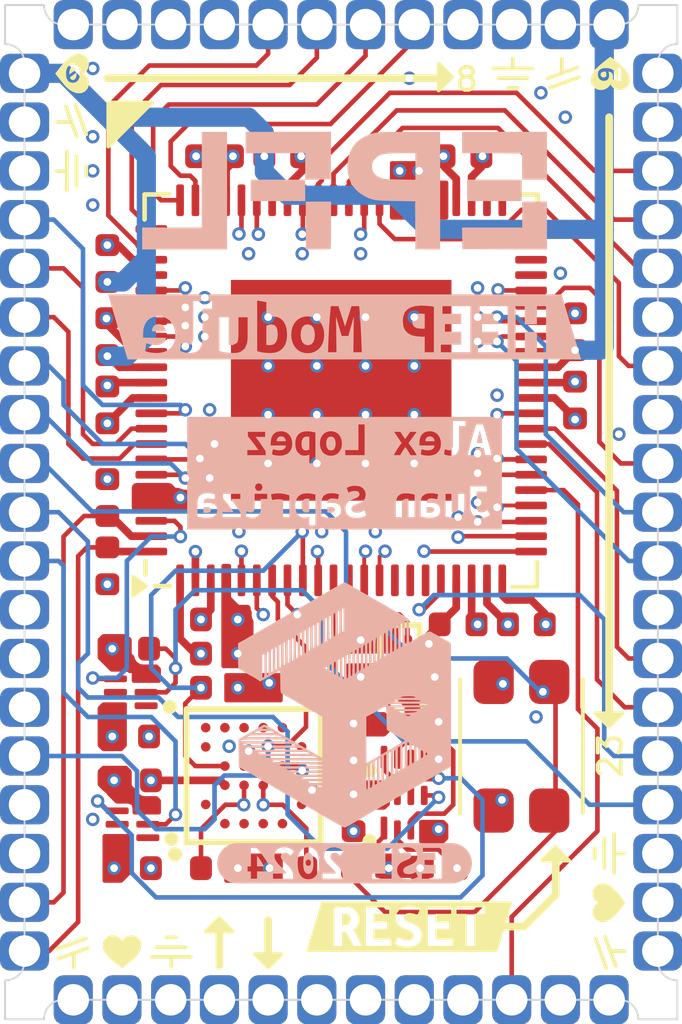
<source format=kicad_pcb>
(kicad_pcb (version 20240108) (generator "pcbnew") (generator_version "8.0")
  (layers (0 "F.Cu" signal) (1 "In1.Cu" signal) (2 "In2.Cu" signal) (3 "In3.Cu" signal) (4 "In4.Cu" signal) (31 "B.Cu" signal) (34 "B.Paste" user) (35 "F.Paste" user) (36 "B.SilkS" user "B.Silkscreen") (37 "F.SilkS" user "F.Silkscreen") (38 "B.Mask" user) (39 "F.Mask" user) (44 "Edge.Cuts" user))
  (net 0 "")
  (net 1 "GND")
  (net 2 "+1V8")
  (net 3 "VCORE")
  (net 4 "GPIO_14")
  (net 5 "SPI_MISO_HEEP")
  (net 6 "JTAG_TDI")
  (net 7 "I2C_SCL_HEEP")
  (net 8 "GPIO_16")
  (net 9 "JTAG_TCK")
  (net 10 "UART_RX_HEEP")
  (net 11 "GPIO_1")
  (net 12 "SPI_MOSI_HEEP")
  (net 13 "JTAG_TMS")
  (net 14 "JTAG_TRST")
  (net 15 "GPIO_13")
  (net 16 "GPIO_10")
  (net 17 "GPIO_22")
  (net 18 "SPI_CS1_HEEP")
  (net 19 "GPIO_23")
  (net 20 "SPI_CS0_HEEP")
  (net 21 "I2C_SDA_HEEP")
  (net 22 "GPIO_20")
  (net 23 "GPIO_2")
  (net 24 "GPIO_9")
  (net 25 "GPIO_17")
  (net 26 "GPIO_12")
  (net 27 "SPI_SD3_HEEP")
  (net 28 "GPIO_18")
  (net 29 "GPIO_11")
  (net 30 "GPIO_0")
  (net 31 "SPI_SCK_HEEP")
  (net 32 "SPI_SD2_HEEP")
  (net 33 "GPIO_4")
  (net 34 "GPIO_5")
  (net 35 "UART_TX_HEEP")
  (net 36 "GPIO_21")
  (net 37 "GPIO_19")
  (net 38 "GPIO_3")
  (net 39 "GPIO_7")
  (net 40 "GPIO_6")
  (net 41 "JTAG_TDO")
  (net 42 "GPIO_8")
  (net 43 "GPIO_15")
  (net 44 "/[1] HEEPocrates/BOOT_SELECT")
  (net 45 "FLASH_CS")
  (net 46 "FLASH_SCK")
  (net 47 "FLASH_nWP")
  (net 48 "FLASH_nHLD_nRST")
  (net 49 "Manual_RST")
  (net 52 "nRST_HEEP")
  (net 54 "FLASH_MISO")
  (net 55 "FLASH_MOSI")
  (net 75 "/[2] Connectors & Flash/nSOC_RST")
  (net 78 "SOC_RST_OUT")
  (net 80 "PMIC_nRST")
  (net 81 "/[2] Connectors & Flash/RST_A")
  (net 82 "/[2] Connectors & Flash/RST_B")
  (net 83 "/[1] HEEPocrates/REF_CLK_IN")
  (net 84 "BOOT_SEL_EXT")
  (footprint "X-MODs_PcbLib:C0402" (layer "F.Cu") (at 108.077 107.95 90)
    (property "Reference" "C14" (hide yes))
    (property "Value" "100n 10V" (hide yes))
  )
  (footprint "X-MODs_PcbLib:C0402" (layer "F.Cu") (at 106.045 94.869 180)
    (property "Reference" "C11" (hide yes))
    (property "Value" "100n 10V" (hide yes))
  )
  (footprint "X-MODs_PcbLib:C0402" (layer "F.Cu") (at 104.267 94.869 180)
    (property "Reference" "C5" (hide yes))
    (property "Value" "100n 10V" (hide yes))
  )
  (footprint "X-MODs_PcbLib:C0402" (layer "F.Cu") (at 107.8915 110.1235 90)
    (property "Reference" "C18" (hide yes))
    (property "Value" "100n 10V" (hide yes))
  )
  (footprint "X-MODs_PcbLib:R0402" (layer "F.Cu") (at 104.394 108.712 180)
    (property "Reference" "R4" (hide yes))
    (property "Value" "10K0" (hide yes))
  )
  (footprint "X-MODs_PcbLib:SIT1532AC" (layer "F.Cu") (at 109.093 107.95 90)
    (property "Reference" "U3" (hide yes))
    (property "Value" "SIT1532AC-J5-DCC-32.768D" (hide yes))
  )
  (footprint "LOGO" (layer "F.Cu") (at 101.596819 114.503326)
    (property "Reference" "G***" (hide yes))
    (property "Value" "LOGO" (hide yes))
  )
  (footprint "LOGO" (layer "F.Cu") (at 113.464812 114.571282 90)
    (property "Reference" "G***" (hide yes))
    (property "Value" "LOGO" (hide yes))
  )
  (footprint "X-MODs_PcbLib:R0402" (layer "F.Cu") (at 108.331 113.411 180)
    (property "Reference" "R8" (hide yes))
    (property "Value" "100K" (hide yes))
  )
  (footprint "LOGO" (layer "F.Cu") (at 101.499618 92.63486 -90)
    (property "Reference" "G***" (hide yes))
    (property "Value" "LOGO" (hide yes))
  )
  (footprint "X-MODs_PcbLib:R0402" (layer "F.Cu") (at 110.109 113.411)
    (property "Reference" "R9" (hide yes))
    (property "Value" "100K" (hide yes))
  )
  (footprint "X-MODs_PcbLib:X2SON-8" (layer "F.Cu") (at 109.2095 110.1235 90)
    (property "Reference" "U6" (hide yes))
    (property "Value" "~" (hide yes))
  )
  (footprint "X-MODs_PcbLib:C0402" (layer "F.Cu") (at 101.473 99.568 -90)
    (property "Reference" "C10" (hide yes))
    (property "Value" "100n 10V" (hide yes))
  )
  (footprint "X-MODs_PcbLib:R0402" (layer "F.Cu") (at 106.172 108.712)
    (property "Reference" "R6" (hide yes))
    (property "Value" "10K0" (hide yes))
  )
  (footprint "X-MODs_PcbLib:R0402" (layer "F.Cu") (at 101.473 103.759 -90)
    (property "Reference" "R3" (hide yes))
    (property "Value" "10K0" (hide yes))
  )
  (footprint "X-MODs_PcbLib:C0402" (layer "F.Cu") (at 110.744 94.869 180)
    (property "Reference" "C4" (hide yes))
    (property "Value" "100n 10V" (hide yes))
  )
  (footprint "X-MODs_PcbLib:C0402" (layer "F.Cu") (at 113.665 101.219 -90)
    (property "Reference" "C3" (hide yes))
    (property "Value" "100n 10V" (hide yes))
  )
  (footprint "X-MODs_PcbLib:C0402" (layer "F.Cu") (at 101.473 97.663 -90)
    (property "Reference" "C12" (hide yes))
    (property "Value" "100n 10V" (hide yes))
  )
  (footprint "X-MODs_PcbLib:C0402" (layer "F.Cu") (at 104.394 106.934 180)
    (property "Reference" "C1" (hide yes))
    (property "Value" "100n 10V" (hide yes))
  )
  (footprint "X-MODs_PcbLib:C0402" (layer "F.Cu") (at 102.08 109.982 180)
    (property "Reference" "C13" (hide yes))
    (property "Value" "100n 10V" (hide yes))
  )
  (footprint "X-MODs_PcbLib:C0402" (layer "F.Cu") (at 102.128 113.411 180)
    (property "Reference" "C17" (hide yes))
    (property "Value" "100n 10V" (hide yes))
  )
  (footprint "X-MODs_PcbLib:C0402" (layer "F.Cu") (at 113.665 99.441 -90)
    (property "Reference" "C9" (hide yes))
    (property "Value" "100n 10V" (hide yes))
  )
  (footprint "X-MODs_PcbLib:X2SON-8" (layer "F.Cu") (at 109.2095 111.9665 90)
    (property "Reference" "U5" (hide yes))
    (property "Value" "~" (hide yes))
  )
  (footprint "X-MODs_PcbLib:C0402" (layer "F.Cu") (at 107.8915 111.9665 90)
    (property "Reference" "C16" (hide yes))
    (property "Value" "100n 10V" (hide yes))
  )
  (footprint "X-MODs_PcbLib:C0402" (layer "F.Cu") (at 101.473 101.346 -90)
    (property "Reference" "C6" (hide yes))
    (property "Value" "100n 10V" (hide yes))
  )
  (footprint "X-MODs_PcbLib:C0402" (layer "F.Cu") (at 104.394 107.823 180)
    (property "Reference" "C7" (hide yes))
    (property "Value" "100n 10V" (hide yes))
  )
  (footprint "X-MODs_PcbLib:R0402" (layer "F.Cu") (at 106.18 113.411)
    (property "Reference" "R5" (hide yes))
    (property "Value" "10K0" (hide yes))
  )
  (footprint "X-MODs_PcbLib:X2SON-6" (layer "F.Cu") (at 102.083461 108.830961 180)
    (property "Reference" "U1" (hide yes))
    (property "Value" "~" (hide yes))
  )
  (footprint "LOGO" (layer "F.Cu") (at 114.667541 93.656155 180)
    (property "Reference" "G***" (hide yes))
    (property "Value" "LOGO" (hide yes))
  )
  (footprint "X-MODs_PcbLib:R0402" (layer "F.Cu") (at 101.473 105.537 90)
    (property "Reference" "R2" (hide yes))
    (property "Value" "10K0" (hide yes))
  )
  (footprint "kibuzzard-66E1D769" (layer "F.Cu") (at 109.347 114.934319)
    (property "Reference" "kibuzzard-66E1D769" (hide yes))
    (property "Value" "G***" (hide yes))
  )
  (footprint "X-MODs_PcbLib:R0402" (layer "F.Cu") (at 104.394 113.411 180)
    (property "Reference" "R7" (hide yes))
    (property "Value" "10K0" (hide yes))
  )
  (footprint "X-MODs_PcbLib:TL1030AF160AQJ" (layer "F.Cu") (at 112.268 110.236 90)
    (property "Reference" "SW1" (hide yes))
    (property "Value" "~" (hide yes))
  )
  (footprint "X-MODs_PcbLib:HEEP_Board_Castellated_Conn_1.27mm" (layer "F.Cu") (at 107.569 104.14)
    (property "Reference" "J1" (hide yes))
    (property "Value" "~" (hide yes))
  )
  (footprint "X-MODs_PcbLib:C0402" (layer "F.Cu") (at 102.128 111.125)
    (property "Reference" "C15" (hide yes))
    (property "Value" "100n 10V" (hide yes))
  )
  (footprint "X-MODs_PcbLib:HEEPocrates" (layer "F.Cu") (at 107.569 100.965 90)
    (property "Reference" "U2" (hide yes))
    (property "Value" "HEEPocrates" (hide yes))
  )
  (footprint "X-MODs_PcbLib:WLCSP-21" (layer "F.Cu") (at 105.287 111.002 90)
    (property "Reference" "U4" (hide yes))
    (property "Value" "W25Q128JWYIQ" (hide yes))
  )
  (footprint "X-MODs_PcbLib:R0402" (layer "F.Cu") (at 102.08 107.696 180)
    (property "Reference" "R1" (hide yes))
    (property "Value" "100K" (hide yes))
  )
  (footprint "X-MODs_PcbLib:C0402" (layer "F.Cu") (at 112.395 107.061 180)
    (property "Reference" "C8" (hide yes))
    (property "Value" "100n 10V" (hide yes))
  )
  (footprint "X-MODs_PcbLib:X2SON-6" (layer "F.Cu") (at 102.128 112.268 180)
    (property "Reference" "U7" (hide yes))
    (property "Value" "~" (hide yes))
  )
  (footprint "X-MODs_PcbLib:C0402" (layer "F.Cu") (at 110.617 107.061 180)
    (property "Reference" "C2" (hide yes))
    (property "Value" "100n 10V" (hide yes))
  )
  (footprint "LOGO" (layer "B.Cu") (at 107.95 109.22 180)
    (property "Reference" "G***" (hide yes))
    (property "Value" "LOGO" (hide yes))
  )
  (footprint "kibuzzard-66E06A67" (layer "B.Cu") (at 107.656965 99.314 180)
    (property "Reference" "kibuzzard-66E06A67" (hide yes))
    (property "Value" "G***" (hide yes))
  )
  (footprint "kibuzzard-66E06AA7" (layer "B.Cu") (at 107.656965 113.284 180)
    (property "Reference" "kibuzzard-66E06AA7" (hide yes))
    (property "Value" "G***" (hide yes))
  )
  (footprint "LOGO" (layer "B.Cu") (at 107.656965 95.758 180)
    (property "Reference" "G***" (hide yes))
    (property "Value" "LOGO" (hide yes))
  )
  (footprint "kibuzzard-66E06AC0" (layer "B.Cu") (at 107.656965 103.124 180)
    (property "Reference" "kibuzzard-66E06AC0" (hide yes))
    (property "Value" "G***" (hide yes))
  )
  (gr_poly (pts (xy 105.314505 115.650774) (xy 106.014961 115.650774) (xy 105.664734 116.001)) (stroke (width 0.1)) (fill solid) (layer "F.SilkS"))
  (gr_line (start 111.916371 93.090657) (end 112.170371 93.090657) (stroke (width 0.1)) (layer "F.SilkS"))
  (gr_line (start 114.554 109.601) (end 114.554 93.853) (stroke (width 0.2)) (layer "F.SilkS"))
  (gr_poly (pts (xy 114.201409 109.377774) (xy 114.901865 109.377774) (xy 114.551638 109.728)) (stroke (width 0.1)) (fill solid) (layer "F.SilkS"))
  (gr_line (start 113.161814 114.104686) (end 113.161814 113.157) (stroke (width 0.2)) (layer "F.SilkS"))
  (gr_line (start 114.429886 112.649) (end 114.429886 113.411) (stroke (width 0.1)) (layer "F.SilkS"))
  (gr_line (start 105.664 115.650773) (end 105.664 114.761773) (stroke (width 0.2)) (layer "F.SilkS"))
  (gr_line (start 114.175886 112.903) (end 114.175886 113.157) (stroke (width 0.1)) (layer "F.SilkS"))
  (gr_line (start 112.3315 114.935) (end 111.76 114.935) (stroke (width 0.2)) (layer "F.SilkS"))
  (gr_line (start 100.518671 93.98) (end 100.164082 93.98) (stroke (width 0.1)) (layer "F.SilkS"))
  (gr_line (start 111.662371 92.836657) (end 112.424371 92.836657) (stroke (width 0.1)) (layer "F.SilkS"))
  (gr_line (start 100.199062 115.768133) (end 100.964774 115.489437) (stroke (width 0.1)) (layer "F.SilkS"))
  (gr_poly (pts (xy 104.743495 115.061999) (xy 104.043039 115.061999) (xy 104.393266 114.711773)) (stroke (width 0.1)) (fill solid) (layer "F.SilkS"))
  (gr_line (start 100.414691 95.257328) (end 100.160691 95.257328) (stroke (width 0.1)) (layer "F.SilkS"))
  (gr_line (start 100.150344 115.52029) (end 100.916056 115.241594) (stroke (width 0.1)) (layer "F.SilkS"))
  (gr_line (start 114.729619 115.969039) (end 114.450923 115.203327) (stroke (width 0.1)) (layer "F.SilkS"))
  (gr_line (start 104.394 115.062) (end 104.394 115.951) (stroke (width 0.2)) (layer "F.SilkS"))
  (gr_line (start 110.236 92.837) (end 101.473 92.837) (stroke (width 0.2)) (layer "F.SilkS"))
  (gr_line (start 100.922691 95.384328) (end 100.922691 95.130328) (stroke (width 0.1)) (layer "F.SilkS"))
  (gr_line (start 100.641695 93.532243) (end 100.920391 94.297955) (stroke (width 0.1)) (layer "F.SilkS"))
  (gr_line (start 100.414691 95.765328) (end 100.414691 94.749328) (stroke (width 0.1)) (layer "F.SilkS"))
  (gr_line (start 113.320699 92.686637) (end 113.320699 92.332048) (stroke (width 0.1)) (layer "F.SilkS"))
  (gr_line (start 112.3315 114.935) (end 113.161814 114.104686) (stroke (width 0.2)) (layer "F.SilkS"))
  (gr_line (start 113.719738 92.561818) (end 112.954026 92.840514) (stroke (width 0.1)) (layer "F.SilkS"))
  (gr_line (start 103.646101 115.7224) (end 102.630101 115.7224) (stroke (width 0.1)) (layer "F.SilkS"))
  (gr_line (start 111.535371 92.582657) (end 112.551371 92.582657) (stroke (width 0.1)) (layer "F.SilkS"))
  (gr_line (start 103.265101 115.2144) (end 103.011101 115.2144) (stroke (width 0.1)) (layer "F.SilkS"))
  (gr_line (start 114.481776 116.017757) (end 114.20308 115.252045) (stroke (width 0.1)) (layer "F.SilkS"))
  (gr_line (start 103.138101 115.7224) (end 103.138101 115.9764) (stroke (width 0.1)) (layer "F.SilkS"))
  (gr_line (start 114.6048 115.57) (end 114.959389 115.57) (stroke (width 0.1)) (layer "F.SilkS"))
  (gr_poly (pts (xy 102.6414 93.472) (xy 101.4984 94.615) (xy 101.4984 93.472)) (stroke (width 0.1)) (fill solid) (layer "F.SilkS"))
  (gr_line (start 112.043371 92.582657) (end 112.043371 92.328657) (stroke (width 0.1)) (layer "F.SilkS"))
  (gr_line (start 114.683886 113.03) (end 114.937886 113.03) (stroke (width 0.1)) (layer "F.SilkS"))
  (gr_line (start 103.519101 115.4684) (end 102.757101 115.4684) (stroke (width 0.1)) (layer "F.SilkS"))
  (gr_line (start 100.668691 95.638328) (end 100.668691 94.876328) (stroke (width 0.1)) (layer "F.SilkS"))
  (gr_line (start 100.393852 93.580961) (end 100.672548 94.346673) (stroke (width 0.1)) (layer "F.SilkS"))
  (gr_poly (pts (xy 113.507229 113.212816) (xy 112.806773 113.212816) (xy 113.157 112.86259)) (stroke (width 0.1)) (fill solid) (layer "F.SilkS"))
  (gr_line (start 113.768456 92.809661) (end 113.002744 93.088357) (stroke (width 0.1)) (layer "F.SilkS"))
  (gr_poly (pts (xy 110.109 93.156456) (xy 110.109 92.456) (xy 110.459226 92.806227)) (stroke (width 0.1)) (fill solid) (layer "F.SilkS"))
  (gr_line (start 100.598101 115.643314) (end 100.598101 115.997903) (stroke (width 0.1)) (layer "F.SilkS"))
  (gr_line (start 114.683886 112.522) (end 114.683886 113.538) (stroke (width 0.1)) (layer "F.SilkS"))
  (gr_line (start 115.316 90.94) (end 115.316 90.932) (stroke (width 0.05)) (layer "Edge.Cuts"))
  (gr_arc (start 115.316 90.94) (mid 115.169553 91.293553) (end 114.816 91.44) (stroke (width 0.05)) (layer "Edge.Cuts"))
  (gr_arc (start 99.822 117.34) (mid 99.968447 116.986447) (end 100.322 116.84) (stroke (width 0.05)) (layer "Edge.Cuts"))
  (gr_line (start 115.824 92.448) (end 115.824 115.824) (stroke (width 0.05)) (layer "Edge.Cuts"))
  (gr_arc (start 114.816 116.84) (mid 115.169553 116.986447) (end 115.316 117.34) (stroke (width 0.05)) (layer "Edge.Cuts"))
  (gr_arc (start 100.322 91.44) (mid 99.968447 91.293553) (end 99.822 90.94) (stroke (width 0.05)) (layer "Edge.Cuts"))
  (gr_line (start 116.324 116.332) (end 116.332 116.332) (stroke (width 0.05)) (layer "Edge.Cuts"))
  (gr_line (start 98.806 116.332) (end 98.814 116.332) (stroke (width 0.05)) (layer "Edge.Cuts"))
  (gr_line (start 98.806 91.948) (end 98.806 90.932) (stroke (width 0.05)) (layer "Edge.Cuts"))
  (gr_arc (start 116.324 116.332) (mid 115.970447 116.185553) (end 115.824 115.832) (stroke (width 0.05)) (layer "Edge.Cuts"))
  (gr_line (start 116.332 117.348) (end 115.316 117.348) (stroke (width 0.05)) (layer "Edge.Cuts"))
  (gr_arc (start 99.314 115.832) (mid 99.167553 116.185553) (end 98.814 116.332) (stroke (width 0.05)) (layer "Edge.Cuts"))
  (gr_line (start 98.814 91.948) (end 98.806 91.948) (stroke (width 0.05)) (layer "Edge.Cuts"))
  (gr_line (start 100.322 91.44) (end 114.816 91.44) (stroke (width 0.05)) (layer "Edge.Cuts"))
  (gr_line (start 115.316 90.932) (end 116.332 90.932) (stroke (width 0.05)) (layer "Edge.Cuts"))
  (gr_line (start 99.822 117.348) (end 98.806 117.348) (stroke (width 0.05)) (layer "Edge.Cuts"))
  (gr_line (start 116.332 91.948) (end 116.324 91.948) (stroke (width 0.05)) (layer "Edge.Cuts"))
  (gr_line (start 115.316 117.348) (end 115.316 117.34) (stroke (width 0.05)) (layer "Edge.Cuts"))
  (gr_line (start 116.332 90.932) (end 116.332 91.948) (stroke (width 0.05)) (layer "Edge.Cuts"))
  (gr_arc (start 115.824 92.448) (mid 115.970447 92.094447) (end 116.324 91.948) (stroke (width 0.05)) (layer "Edge.Cuts"))
  (gr_arc (start 98.814 91.948) (mid 99.167553 92.094447) (end 99.314 92.448) (stroke (width 0.05)) (layer "Edge.Cuts"))
  (gr_line (start 114.816 116.84) (end 100.322 116.84) (stroke (width 0.05)) (layer "Edge.Cuts"))
  (gr_line (start 116.332 116.332) (end 116.332 117.348) (stroke (width 0.05)) (layer "Edge.Cuts"))
  (gr_line (start 99.822 117.34) (end 99.822 117.348) (stroke (width 0.05)) (layer "Edge.Cuts"))
  (gr_line (start 99.822 90.932) (end 99.822 90.94) (stroke (width 0.05)) (layer "Edge.Cuts"))
  (gr_line (start 98.806 90.932) (end 99.822 90.932) (stroke (width 0.05)) (layer "Edge.Cuts"))
  (gr_line (start 99.314 115.824) (end 99.314 92.448) (stroke (width 0.05)) (layer "Edge.Cuts"))
  (gr_line (start 98.806 117.348) (end 98.806 116.332) (stroke (width 0.05)) (layer "Edge.Cuts"))
  (gr_text "8" (at 110.49 93.218 0) (layer "F.SilkS") (effects (font (size 0.6 0.6) (thickness 0.1)) (justify left bottom)))
  (gr_text "23" (at 114.935 111.125 90) (layer "F.SilkS") (effects (font (size 0.6 0.6) (thickness 0.1)) (justify left bottom)))
  (segment (start 101.473 97.183) (end 101.755 97.183) (width 0.2) (layer "F.Cu") (net 1))
  (segment (start 112.9315 99.965) (end 113.157 99.7395) (width 0.2) (layer "F.Cu") (net 1))
  (segment (start 111.097 107.061) (end 110.969 106.933) (width 0.2) (layer "F.Cu") (net 1))
  (segment (start 104.874 106.934) (end 104.569 106.629) (width 0.2) (layer "F.Cu") (net 1))
  (segment (start 112.522 106.426) (end 111.887 106.426) (width 0.2) (layer "F.Cu") (net 1))
  (segment (start 112.875 106.779) (end 112.522 106.426) (width 0.2) (layer "F.Cu") (net 1))
  (segment (start 113.157 99.2886) (end 113.4846 98.961) (width 0.2) (layer "F.Cu") (net 1))
  (segment (start 110.969 95.406) (end 111.224 95.151) (width 0.2) (layer "F.Cu") (net 1))
  (segment (start 112.875 107.061) (end 112.875 106.779) (width 0.2) (layer "F.Cu") (net 1))
  (segment (start 111.224 95.151) (end 111.224 94.869) (width 0.2) (layer "F.Cu") (net 1))
  (segment (start 113.4846 98.961) (end 113.665 98.961) (width 0.2) (layer "F.Cu") (net 1))
  (segment (start 101.574 100.765) (end 102.619 100.765) (width 0.2) (layer "F.Cu") (net 1))
  (segment (start 113.157 99.7395) (end 113.157 99.2886) (width 0.2) (layer "F.Cu") (net 1))
  (segment (start 103.769 105.166) (end 103.769 105.915) (width 0.2) (layer "F.Cu") (net 1))
  (segment (start 106.169 96.015) (end 106.169 95.634) (width 0.2) (layer "F.Cu") (net 1))
  (segment (start 101.755 97.183) (end 102.137 97.565) (width 0.2) (layer "F.Cu") (net 1))
  (segment (start 106.553 95.25) (end 106.553 94.897) (width 0.2) (layer "F.Cu") (net 1))
  (segment (start 110.969 96.015) (end 110.969 95.406) (width 0.2) (layer "F.Cu") (net 1))
  (segment (start 111.887 106.426) (end 111.769 106.308) (width 0.2) (layer "F.Cu") (net 1))
  (segment (start 102.188316 99.965) (end 102.619 99.965) (width 0.2) (layer "F.Cu") (net 1))
  (segment (start 101.473 99.088) (end 101.473 99.249684) (width 0.2) (layer "F.Cu") (net 1))
  (segment (start 106.434 110.752) (end 106.553 110.871) (width 0.2) (layer "F.Cu") (net 1))
  (segment (start 101.473 99.249684) (end 102.188316 99.965) (width 0.2) (layer "F.Cu") (net 1))
  (segment (start 106.037 110.752) (end 106.434 110.752) (width 0.2) (layer "F.Cu") (net 1))
  (segment (start 112.519 99.965) (end 112.9315 99.965) (width 0.2) (layer "F.Cu") (net 1))
  (segment (start 112.519 100.765) (end 113.639 100.765) (width 0.2) (layer "F.Cu") (net 1))
  (segment (start 102.137 97.565) (end 102.619 97.565) (width 0.2) (layer "F.Cu") (net 1))
  (segment (start 110.0655 110.5735) (end 109.7345 110.5735) (width 0.2) (layer "F.Cu") (net 1))
  (segment (start 104.569 95.202) (end 104.775 94.996) (width 0.2) (layer "F.Cu") (net 1))
  (segment (start 106.169 95.634) (end 106.553 95.25) (width 0.2) (layer "F.Cu") (net 1))
  (segment (start 101.473 100.866) (end 101.574 100.765) (width 0.2) (layer "F.Cu") (net 1))
  (segment (start 113.639 100.765) (end 113.665 100.739) (width 0.2) (layer "F.Cu") (net 1))
  (segment (start 104.569 96.015) (end 104.569 95.202) (width 0.2) (layer "F.Cu") (net 1))
  (segment (start 104.569 106.629) (end 104.569 105.915) (width 0.2) (layer "F.Cu") (net 1))
  (segment (start 110.969 106.933) (end 110.969 105.915) (width 0.2) (layer "F.Cu") (net 1))
  (segment (start 111.769 106.308) (end 111.769 105.915) (width 0.2) (layer "F.Cu") (net 1))
  (via (at 111.252 94.869) (size 0.35) (drill 0.2) (layers "F.Cu" "B.Cu") (net 1))
  (via (at 110.109 112.395) (size 0.35) (drill 0.2) (layers "F.Cu" "B.Cu") (net 1))
  (via (at 109.093 95.25) (size 0.35) (drill 0.2) (layers "F.Cu" "B.Cu") (net 1))
  (via (at 105.664 99.06) (size 0.35) (drill 0.2) (layers "F.Cu" "B.Cu") (net 1))
  (via (at 111.125 99.06) (size 0.35) (drill 0.2) (layers "F.Cu" "B.Cu") (net 1))
  (via (at 104.013 99.568) (size 0.35) (drill 0.2) (layers "F.Cu" "B.Cu") (net 1))
  (via (at 104.874 107.823) (size 0.35) (drill 0.2) (layers "F.Cu" "B.Cu") (net 1))
  (via (at 103.769 105.166) (size 0.35) (drill 0.2) (layers "F.Cu" "B.Cu") (net 1))
  (via (at 109.474 99.06) (size 0.35) (drill 0.2) (layers "F.Cu" "B.Cu") (net 1))
  (via (at 113.665 100.739) (size 0.35) (drill 0.2) (layers "F.Cu" "B.Cu") (net 1))
  (via (at 106.525 94.869) (size 0.35) (drill 0.2) (layers "F.Cu" "B.Cu") (net 1))
  (via (at 108.458 104.648) (size 0.35) (drill 0.2) (layers "F.Cu" "B.Cu") (net 1))
  (via (at 111.125 102.616) (size 0.35) (drill 0.2) (layers "F.Cu" "B.Cu") (net 1))
  (via (at 106.934 102.87) (size 0.35) (drill 0.2) (layers "F.Cu" "B.Cu") (net 1))
  (via (at 109.347 92.837) (size 0.35) (drill 0.2) (layers "F.Cu" "B.Cu") (net 1))
  (via (at 102.608 113.411) (size 0.35) (drill 0.2) (layers "F.Cu" "B.Cu") (net 1))
  (via (at 103.378 103.759) (size 0.35) (drill 0.2) (layers "F.Cu" "B.Cu") (net 1))
  (via (at 101.648 111.125) (size 0.35) (drill 0.2) (layers "F.Cu" "B.Cu") (net 1))
  (via (at 104.14 101.473) (size 0.35) (drill 0.2) (layers "F.Cu" "B.Cu") (net 1))
  (via (at 109.474 101.6) (size 0.35) (drill 0.2) (layers "F.Cu" "B.Cu") (net 1))
  (via (at 108.204 100.33) (size 0.35) (drill 0.2) (layers "F.Cu" "B.Cu") (net 1))
  (via (at 108.077 108.43) (size 0.35) (drill 0.2) (layers "F.Cu" "B.Cu") (net 1))
  (via (at 104.267 102.362) (size 0.35) (drill 0.2) (layers "F.Cu" "B.Cu") (net 1))
  (via (at 104.648 110.236) (size 0.35) (drill 0.2) (layers "F.Cu" "B.Cu") (net 1))
  (via (at 109.474 102.87) (size 0.35) (drill 0.2) (layers "F.Cu" "B.Cu") (net 1))
  (via (at 101.092 112.141) (size 0.35) (drill 0.2) (layers "F.Cu" "B.Cu") (net 1))
  (via (at 113.665 98.961) (size 0.35) (drill 0.2) (layers "F.Cu" "B.Cu") (net 1))
  (via (at 113.284 97.917) (size 0.35) (drill 0.2) (layers "F.Cu" "B.Cu") (net 1))
  (via (at 110.109 109.601) (size 0.35) (drill 0.2) (layers "F.Cu" "B.Cu") (net 1))
  (via (at 105.664 101.6) (size 0.35) (drill 0.2) (layers "F.Cu" "B.Cu") (net 1))
  (via (at 106.553 97.409) (size 0.35) (drill 0.2) (layers "F.Cu" "B.Cu") (net 1))
  (via (at 110.0074 108.4326) (size 0.35) (drill 0.2) (layers "F.Cu" "B.Cu") (net 1))
  (via (at 110.109 110.5735) (size 0.35) (drill 0.2) (layers "F.Cu" "B.Cu") (net 1))
  (via (at 111.633 101.092) (size 0.35) (drill 0.2) (layers "F.Cu" "B.Cu") (net 1))
  (via (at 107.8915 112.4465) (size 0.35) (drill 0.2) (layers "F.Cu" "B.Cu") (net 1))
  (via (at 101.6 107.696) (size 0.35) (drill 0.2) (layers "F.Cu" "B.Cu") (net 1))
  (via (at 101.473 97.183) (size 0.35) (drill 0.2) (layers "F.Cu" "B.Cu") (net 1))
  (via (at 107.061 104.648) (size 0.35) (drill 0.2) (layers "F.Cu" "B.Cu") (net 1))
  (via (at 101.473 100.838) (size 0.35) (drill 0.2) (layers "F.Cu" "B.Cu") (net 1))
  (via (at 101.092 96.139) (size 0.35) (drill 0.2) (layers "F.Cu" "B.Cu") (net 1))
  (via (at 114.808 102.108) (size 0.35) (drill 0.2) (layers "F.Cu" "B.Cu") (net 1))
  (via (at 101.092 92.583) (size 0.35) (drill 0.2) (layers "F.Cu" "B.Cu") (net 1))
  (via (at 102.56 109.982) (size 0.35) (drill 0.2) (layers "F.Cu" "B.Cu") (net 1))
  (via (at 106.934 100.33) (size 0.35) (drill 0.2) (layers "F.Cu" "B.Cu") (net 1))
  (via (at 101.092 94.361) (size 0.35) (drill 0.2) (layers "F.Cu" "B.Cu") (net 1))
  (via (at 108.204 101.6) (size 0.35) (drill 0.2) (layers "F.Cu" "B.Cu") (net 1))
  (via (at 111.76 111.633) (size 0.35) (drill 0.2) (layers "F.Cu" "B.Cu") (net 1))
  (via (at 111.784628 108.611474) (size 0.35) (drill 0.2) (layers "F.Cu" "B.Cu") (net 1))
  (via (at 105.664 102.87) (size 0.35) (drill 0.2) (layers "F.Cu" "B.Cu") (net 1))
  (via (at 108.077 97.409) (size 0.35) (drill 0.2) (layers "F.Cu" "B.Cu") (net 1))
  (via (at 113.411 93.853) (size 0.35) (drill 0.2) (layers "F.Cu" "B.Cu") (net 1))
  (via (at 105.156 97.409) (size 0.35) (drill 0.2) (layers "F.Cu" "B.Cu") (net 1))
  (via (at 109.474 100.33) (size 0.35) (drill 0.2) (layers "F.Cu" "B.Cu") (net 1))
  (via (at 106.934 101.6) (size 0.35) (drill 0.2) (layers "F.Cu" "B.Cu") (net 1))
  (via (at 111.125 103.886) (size 0.35) (drill 0.2) (layers "F.Cu" "B.Cu") (net 1))
  (via (at 109.601 95.25) (size 0.35) (drill 0.2) (layers "F.Cu" "B.Cu") (net 1))
  (via (at 112.776 93.218) (size 0.35) (drill 0.2) (layers "F.Cu" "B.Cu") (net 1))
  (via (at 105.664 100.33) (size 0.35) (drill 0.2) (layers "F.Cu" "B.Cu") (net 1))
  (via (at 107.8915 110.6035) (size 0.35) (drill 0.2) (layers "F.Cu" "B.Cu") (net 1))
  (via (at 104.902 104.648) (size 0.35) (drill 0.2) (layers "F.Cu" "B.Cu") (net 1))
  (via (at 112.903 107.061) (size 0.35) (drill 0.2) (layers "F.Cu" "B.Cu") (net 1))
  (via (at 111.125 99.695) (size 0.35) (drill 0.2) (layers "F.Cu" "B.Cu") (net 1))
  (via (at 101.092 95.25) (size 0.35) (drill 0.2) (layers "F.Cu" "B.Cu") (net 1))
  (via (at 104.874 106.934) (size 0.35) (drill 0.2) (layers "F.Cu" "B.Cu") (net 1))
  (via (at 101.449261 99.094888) (size 0.35) (drill 0.2) (layers "F.Cu" "B.Cu") (net 1))
  (via (at 104.747 94.869) (size 0.35) (drill 0.2) (layers "F.Cu" "B.Cu") (net 1))
  (via (at 111.125 98.298) (size 0.35) (drill 0.2) (layers "F.Cu" "B.Cu") (net 1))
  (via (at 108.204 102.87) (size 0.35) (drill 0.2) (layers "F.Cu" "B.Cu") (net 1))
  (via (at 111.125 107.061) (size 0.35) (drill 0.2) (layers "F.Cu" "B.Cu") (net 1))
  (via (at 112.649 109.474) (size 0.35) (drill 0.2) (layers "F.Cu" "B.Cu") (net 1))
  (via (at 104.013 99.06) (size 0.35) (drill 0.2) (layers "F.Cu" "B.Cu") (net 1))
  (via (at 104.013 98.552) (size 0.35) (drill 0.2) (layers "F.Cu" "B.Cu") (net 1))
  (via (at 108.204 99.06) (size 0.35) (drill 0.2) (layers "F.Cu" "B.Cu") (net 1))
  (via (at 106.553 110.871) (size 0.35) (drill 0.2) (layers "F.Cu" "B.Cu") (net 1))
  (via (at 106.934 99.06) (size 0.35) (drill 0.2) (layers "F.Cu" "B.Cu") (net 1))
  (via (at 110.617 104.267) (size 0.35) (drill 0.2) (layers "F.Cu" "B.Cu") (net 1))
  (via (at 104.14 103.251) (size 0.35) (drill 0.2) (layers "F.Cu" "B.Cu") (net 1))
  (segment (start 110.569 106.629) (end 110.569 105.915) (width 0.2) (layer "F.Cu") (net 2))
  (segment (start 110.264 94.869) (end 110.264 95.151) (width 0.2) (layer "F.Cu") (net 2))
  (segment (start 104.169 96.015) (end 104.169 95.251) (width 0.2) (layer "F.Cu") (net 2))
  (segment (start 110.569 95.456) (end 110.569 96.015) (width 0.2) (layer "F.Cu") (net 2))
  (segment (start 103.914 106.934) (end 104.169 106.679) (width 0.2) (layer "F.Cu") (net 2))
  (segment (start 110.137 107.061) (end 110.569 106.629) (width 0.2) (layer "F.Cu") (net 2))
  (segment (start 110.137 107.061) (end 109.855 107.343) (width 0.2) (layer "F.Cu") (net 2))
  (segment (start 112.519 101.165) (end 113.131 101.165) (width 0.2) (layer "F.Cu") (net 2))
  (segment (start 104.41 111.125) (end 104.537 111.252) (width 0.2) (layer "F.Cu") (net 2))
  (segment (start 104.169 106.679) (end 104.169 105.915) (width 0.2) (layer "F.Cu") (net 2))
  (segment (start 113.131 101.165) (end 113.665 101.699) (width 0.2) (layer "F.Cu") (net 2))
  (segment (start 110.264 95.151) (end 110.569 95.456) (width 0.2) (layer "F.Cu") (net 2))
  (segment (start 102.134 101.165) (end 102.619 101.165) (width 0.2) (layer "F.Cu") (net 2))
  (segment (start 104.169 95.251) (end 103.787 94.869) (width 0.2) (layer "F.Cu") (net 2))
  (segment (start 102.608 111.125) (end 104.41 111.125) (width 0.2) (layer "F.Cu") (net 2))
  (segment (start 101.473 101.826) (end 102.134 101.165) (width 0.2) (layer "F.Cu") (net 2))
  (segment (start 109.855 107.343) (end 109.855 107.569) (width 0.2) (layer "F.Cu") (net 2))
  (via (at 107.8915 111.4865) (size 0.35) (drill 0.2) (layers "F.Cu" "B.Cu") (net 2))
  (via (at 108.077 107.47) (size 0.35) (drill 0.2) (layers "F.Cu" "B.Cu") (net 2))
  (via (at 105.692 108.585) (size 0.35) (drill 0.2) (layers "F.Cu" "B.Cu") (net 2))
  (via (at 113.665 101.727) (size 0.35) (drill 0.2) (layers "F.Cu" "B.Cu") (net 2))
  (via (at 101.473 106.017) (size 0.35) (drill 0.2) (layers "F.Cu" "B.Cu") (net 2))
  (via (at 101.473 103.279) (size 0.35) (drill 0.2) (layers "F.Cu" "B.Cu") (net 2))
  (via (at 101.6 109.982) (size 0.35) (drill 0.2) (layers "F.Cu" "B.Cu") (net 2))
  (via (at 101.473 101.826) (size 0.35) (drill 0.2) (layers "F.Cu" "B.Cu") (net 2))
  (via (at 105.7 113.411) (size 0.35) (drill 0.2) (layers "F.Cu" "B.Cu") (net 2))
  (via (at 107.8915 109.6435) (size 0.35) (drill 0.2) (layers "F.Cu" "B.Cu") (net 2))
  (via (at 104.874 113.411) (size 0.35) (drill 0.2) (layers "F.Cu" "B.Cu") (net 2))
  (via (at 110.236 94.869) (size 0.35) (drill 0.2) (layers "F.Cu" "B.Cu") (net 2))
  (via (at 103.914 106.934) (size 0.35) (drill 0.2) (layers "F.Cu" "B.Cu") (net 2))
  (via (at 108.811 113.411) (size 0.35) (drill 0.2) (layers "F.Cu" "B.Cu") (net 2))
  (via (at 109.855 107.569) (size 0.35) (drill 0.2) (layers "F.Cu" "B.Cu") (net 2))
  (via (at 102.608 111.125) (size 0.35) (drill 0.2) (layers "F.Cu" "B.Cu") (net 2))
  (via (at 109.629 113.411) (size 0.35) (drill 0.2) (layers "F.Cu" "B.Cu") (net 2))
  (via (at 101.648 113.411) (size 0.35) (drill 0.2) (layers "F.Cu" "B.Cu") (net 2))
  (via (at 103.787 94.869) (size 0.35) (drill 0.2) (layers "F.Cu" "B.Cu") (net 2))
  (via (at 104.874 108.712) (size 0.35) (drill 0.2) (layers "F.Cu" "B.Cu") (net 2))
  (segment (start 101.755 98.143) (end 101.933 97.965) (width 0.2) (layer "F.Cu") (net 3))
  (segment (start 105.565 94.869) (end 105.565 95.151) (width 0.2) (layer "F.Cu") (net 3))
  (segment (start 111.369 106.515) (end 111.915 107.061) (width 0.2) (layer "F.Cu") (net 3))
  (segment (start 102.619 100.365) (end 101.79 100.365) (width 0.2) (layer "F.Cu") (net 3))
  (segment (start 101.933 97.965) (end 102.619 97.965) (width 0.2) (layer "F.Cu") (net 3))
  (segment (start 113.221 100.365) (end 113.665 99.921) (width 0.2) (layer "F.Cu") (net 3))
  (segment (start 101.79 100.365) (end 101.473 100.048) (width 0.2) (layer "F.Cu") (net 3))
  (segment (start 112.519 100.365) (end 113.221 100.365) (width 0.2) (layer "F.Cu") (net 3))
  (segment (start 101.473 98.143) (end 101.755 98.143) (width 0.2) (layer "F.Cu") (net 3))
  (segment (start 105.769 95.355) (end 105.769 96.015) (width 0.2) (layer "F.Cu") (net 3))
  (segment (start 103.369 107.433) (end 103.369 105.915) (width 0.2) (layer "F.Cu") (net 3))
  (segment (start 105.565 95.151) (end 105.769 95.355) (width 0.2) (layer "F.Cu") (net 3))
  (segment (start 111.369 105.915) (end 111.369 106.515) (width 0.2) (layer "F.Cu") (net 3))
  (segment (start 103.914 107.823) (end 103.759 107.823) (width 0.2) (layer "F.Cu") (net 3))
  (segment (start 103.759 107.823) (end 103.369 107.433) (width 0.2) (layer "F.Cu") (net 3))
  (via (at 105.565 94.869) (size 0.35) (drill 0.2) (layers "F.Cu" "B.Cu") (net 3))
  (via (at 111.915 107.061) (size 0.35) (drill 0.2) (layers "F.Cu" "B.Cu") (net 3))
  (via (at 113.665 99.921) (size 0.35) (drill 0.2) (layers "F.Cu" "B.Cu") (net 3))
  (via (at 101.473 98.143) (size 0.35) (drill 0.2) (layers "F.Cu" "B.Cu") (net 3))
  (via (at 103.914 107.823) (size 0.35) (drill 0.2) (layers "F.Cu" "B.Cu") (net 3))
  (via (at 101.473 100.076) (size 0.35) (drill 0.2) (layers "F.Cu" "B.Cu") (net 3))
  (segment (start 108.950182 95.885) (end 106.172 95.885) (width 0.5) (layer "B.Cu") (net 3))
  (segment (start 101.882 98.143) (end 101.473 98.143) (width 0.5) (layer "B.Cu") (net 3))
  (segment (start 105.565 95.278) (end 105.565 94.869) (width 0.5) (layer "B.Cu") (net 3))
  (segment (start 114.554 91.44) (end 114.427 91.567) (width 0.5) (layer "B.Cu") (net 3))
  (segment (start 102.489 99.568) (end 101.981 100.076) (width 0.5) (layer "B.Cu") (net 3))
  (segment (start 105.565 94.262) (end 105.565 94.869) (width 0.5) (layer "B.Cu") (net 3))
  (segment (start 114.328 99.921) (end 113.665 99.921) (width 0.5) (layer "B.Cu") (net 3))
  (segment (start 114.427 93.853) (end 114.427 96.774) (width 0.5) (layer "B.Cu") (net 3))
  (segment (start 114.427 99.159) (end 114.427 99.822) (width 0.5) (layer "B.Cu") (net 3))
  (segment (start 105.156 93.853) (end 105.565 94.262) (width 0.5) (layer "B.Cu") (net 3))
  (segment (start 100.33 92.71) (end 101.473 93.853) (width 0.5) (layer "B.Cu") (net 3))
  (segment (start 102.489 97.536) (end 102.489 99.568) (width 0.5) (layer "B.Cu") (net 3))
  (segment (start 101.473 93.853) (end 102.489 94.869) (width 0.5) (layer "B.Cu") (net 3))
  (segment (start 99.314 92.71) (end 100.33 92.71) (width 0.5) (layer "B.Cu") (net 3))
  (segment (start 101.981 100.076) (end 101.473 100.076) (width 0.5) (layer "B.Cu") (net 3))
  (segment (start 114.427 96.774) (end 109.839182 96.774) (width 0.5) (layer "B.Cu") (net 3))
  (segment (start 114.427 99.822) (end 114.328 99.921) (width 0.5) (layer "B.Cu") (net 3))
  (segment (start 114.427 96.774) (end 114.427 99.159) (width 0.5) (layer "B.Cu") (net 3))
  (segment (start 101.473 93.853) (end 105.156 93.853) (width 0.5) (layer "B.Cu") (net 3))
  (segment (start 109.839182 96.774) (end 108.950182 95.885) (width 0.5) (layer "B.Cu") (net 3))
  (segment (start 114.427 91.567) (end 114.427 93.853) (width 0.5) (layer "B.Cu") (net 3))
  (segment (start 102.489 94.869) (end 102.489 97.536) (width 0.5) (layer "B.Cu") (net 3))
  (segment (start 102.489 97.536) (end 101.882 98.143) (width 0.5) (layer "B.Cu") (net 3))
  (segment (start 106.172 95.885) (end 105.565 95.278) (width 0.5) (layer "B.Cu") (net 3))
  (segment (start 108.169 96.809) (end 108.169 96.015) (width 0.12) (layer "F.Cu") (net 4))
  (segment (start 108.077 96.901) (end 108.169 96.809) (width 0.12) (layer "F.Cu") (net 4))
  (via (at 108.077 96.901) (size 0.35) (drill 0.2) (layers "F.Cu" "B.Cu") (net 4))
  (segment (start 110.641226 104.765) (end 112.519 104.765) (width 0.12) (layer "F.Cu") (net 5))
  (segment (start 110.617 104.789226) (end 110.641226 104.765) (width 0.12) (layer "F.Cu") (net 5))
  (via (at 110.617 104.789226) (size 0.35) (drill 0.2) (layers "F.Cu" "B.Cu") (net 5))
  (segment (start 100.838 102.108) (end 100.838 98.298) (width 0.12) (layer "F.Cu") (net 6))
  (segment (start 100.838 98.298) (end 100.33 97.79) (width 0.12) (layer "F.Cu") (net 6))
  (segment (start 101.702874 102.362) (end 101.092 102.362) (width 0.12) (layer "F.Cu") (net 6))
  (segment (start 102.099874 101.965) (end 101.702874 102.362) (width 0.12) (layer "F.Cu") (net 6))
  (segment (start 100.33 97.79) (end 99.314 97.79) (width 0.12) (layer "F.Cu") (net 6))
  (segment (start 102.619 101.965) (end 102.099874 101.965) (width 0.12) (layer "F.Cu") (net 6))
  (segment (start 101.092 102.362) (end 100.838 102.108) (width 0.12) (layer "F.Cu") (net 6))
  (segment (start 99.953999 115.57) (end 99.314 115.57) (width 0.12) (layer "F.Cu") (net 7))
  (segment (start 101.473 105.057) (end 101.581 105.165) (width 0.2) (layer "F.Cu") (net 7))
  (segment (start 101.473 105.057) (end 100.937 105.057) (width 0.12) (layer "F.Cu") (net 7))
  (segment (start 100.711 114.812999) (end 99.953999 115.57) (width 0.12) (layer "F.Cu") (net 7))
  (segment (start 100.937 105.057) (end 100.711 105.283) (width 0.12) (layer "F.Cu") (net 7))
  (segment (start 101.581 105.165) (end 102.619 105.165) (width 0.2) (layer "F.Cu") (net 7))
  (segment (start 100.711 105.283) (end 100.711 114.812999) (width 0.12) (layer "F.Cu") (net 7))
  (segment (start 111.6746 98.365) (end 111.6584 98.3488) (width 0.12) (layer "F.Cu") (net 8))
  (segment (start 112.542742 98.388742) (end 112.827342 98.388742) (width 0.12) (layer "F.Cu") (net 8))
  (segment (start 112.519 98.365) (end 111.6746 98.365) (width 0.12) (layer "F.Cu") (net 8))
  (segment (start 112.519 98.365) (end 112.542742 98.388742) (width 0.12) (layer "F.Cu") (net 8))
  (via (at 111.6584 98.3488) (size 0.35) (drill 0.2) (layers "F.Cu" "B.Cu") (net 8))
  (segment (start 103.419 103.165) (end 103.505 103.251) (width 0.12) (layer "F.Cu") (net 9))
  (segment (start 102.619 103.165) (end 103.419 103.165) (width 0.12) (layer "F.Cu") (net 9))
  (via (at 103.505 103.251) (size 0.35) (drill 0.2) (layers "F.Cu" "B.Cu") (net 9))
  (segment (start 99.822 101.6) (end 99.314 101.6) (width 0.12) (layer "B.Cu") (net 9))
  (segment (start 103.124 102.87) (end 101.092 102.87) (width 0.12) (layer "B.Cu") (net 9))
  (segment (start 101.092 102.87) (end 99.822 101.6) (width 0.12) (layer "B.Cu") (net 9))
  (segment (start 103.505 103.251) (end 103.124 102.87) (width 0.12) (layer "B.Cu") (net 9))
  (segment (start 108.169 105.915) (end 108.169 105.191) (width 0.1) (layer "F.Cu") (net 10))
  (segment (start 108.169 105.191) (end 108.204 105.156) (width 0.1) (layer "F.Cu") (net 10))
  (via (at 108.204 105.156) (size 0.35) (drill 0.2) (layers "F.Cu" "B.Cu") (net 10))
  (segment (start 102.619 99.165) (end 103.388997 99.165) (width 0.12) (layer "F.Cu") (net 11))
  (segment (start 103.388997 99.165) (end 103.505 99.281003) (width 0.12) (layer "F.Cu") (net 11))
  (via (at 103.505 99.281003) (size 0.35) (drill 0.2) (layers "F.Cu" "B.Cu") (net 11))
  (segment (start 109.737 105.165) (end 109.728 105.156) (width 0.12) (layer "F.Cu") (net 12))
  (segment (start 112.519 105.165) (end 109.737 105.165) (width 0.12) (layer "F.Cu") (net 12))
  (via (at 109.728 105.156) (size 0.35) (drill 0.2) (layers "F.Cu" "B.Cu") (net 12))
  (segment (start 102.619 102.765) (end 103.864 102.765) (width 0.12) (layer "F.Cu") (net 13))
  (segment (start 103.864 102.765) (end 103.886 102.743) (width 0.12) (layer "F.Cu") (net 13))
  (via (at 103.886 102.743) (size 0.35) (drill 0.2) (layers "F.Cu" "B.Cu") (net 13))
  (segment (start 101.346 102.362) (end 100.33 101.346) (width 0.12) (layer "B.Cu") (net 13))
  (segment (start 100.33 100.711) (end 99.949 100.33) (width 0.12) (layer "B.Cu") (net 13))
  (segment (start 99.949 100.33) (end 99.314 100.33) (width 0.12) (layer "B.Cu") (net 13))
  (segment (start 100.33 101.346) (end 100.33 100.711) (width 0.12) (layer "B.Cu") (net 13))
  (segment (start 103.505 102.362) (end 101.346 102.362) (width 0.12) (layer "B.Cu") (net 13))
  (segment (start 103.886 102.743) (end 103.505 102.362) (width 0.12) (layer "B.Cu") (net 13))
  (segment (start 101.794937 102.743) (end 100.838 102.743) (width 0.12) (layer "F.Cu") (net 14))
  (segment (start 100.457 102.362) (end 100.457 99.441) (width 0.12) (layer "F.Cu") (net 14))
  (segment (start 102.172937 102.365) (end 101.794937 102.743) (width 0.12) (layer "F.Cu") (net 14))
  (segment (start 109.0345 112.6665) (end 109.294 112.926) (width 0.12) (layer "F.Cu") (net 14))
  (segment (start 109.294 112.926) (end 110.104 112.926) (width 0.12) (layer "F.Cu") (net 14))
  (segment (start 100.076 99.06) (end 99.314 99.06) (width 0.12) (layer "F.Cu") (net 14))
  (segment (start 110.104 112.926) (end 110.589 113.411) (width 0.12) (layer "F.Cu") (net 14))
  (segment (start 100.457 99.441) (end 100.076 99.06) (width 0.12) (layer "F.Cu") (net 14))
  (segment (start 100.838 102.743) (end 100.457 102.362) (width 0.12) (layer "F.Cu") (net 14))
  (segment (start 109.0345 112.4165) (end 109.0345 112.6665) (width 0.12) (layer "F.Cu") (net 14))
  (segment (start 102.619 102.365) (end 102.172937 102.365) (width 0.12) (layer "F.Cu") (net 14))
  (via (at 110.589 113.411) (size 0.35) (drill 0.2) (layers "F.Cu" "B.Cu") (net 14))
  (segment (start 115.824 97.79) (end 115.316 97.79) (width 0.12) (layer "F.Cu") (net 15))
  (segment (start 111.6584 94.1324) (end 109.1692 94.1324) (width 0.12) (layer "F.Cu") (net 15))
  (segment (start 115.316 97.79) (end 111.6584 94.1324) (width 0.12) (layer "F.Cu") (net 15))
  (segment (start 109.1692 94.1324) (end 107.769 95.5326) (width 0.12) (layer "F.Cu") (net 15))
  (segment (start 107.769 95.5326) (end 107.769 96.015) (width 0.12) (layer "F.Cu") (net 15))
  (segment (start 106.569 96.015) (end 106.569 96.885) (width 0.12) (layer "F.Cu") (net 16))
  (segment (start 106.569 96.885) (end 106.553 96.901) (width 0.12) (layer "F.Cu") (net 16))
  (via (at 106.553 96.901) (size 0.35) (drill 0.2) (layers "F.Cu" "B.Cu") (net 16))
  (segment (start 114.237584 108.497184) (end 114.9604 109.22) (width 0.12) (layer "F.Cu") (net 17))
  (segment (start 114.237584 103.620384) (end 114.237584 108.497184) (width 0.12) (layer "F.Cu") (net 17))
  (segment (start 114.9604 109.22) (end 115.824 109.22) (width 0.12) (layer "F.Cu") (net 17))
  (segment (start 112.9822 102.365) (end 114.237584 103.620384) (width 0.12) (layer "F.Cu") (net 17))
  (segment (start 112.519 102.365) (end 112.9822 102.365) (width 0.12) (layer "F.Cu") (net 17))
  (segment (start 113.7412 103.9368) (end 113.7412 109.2708) (width 0.12) (layer "F.Cu") (net 18))
  (segment (start 112.014 114.681) (end 112.014 116.84) (width 0.12) (layer "F.Cu") (net 18))
  (segment (start 113.3694 103.565) (end 113.7412 103.9368) (width 0.12) (layer "F.Cu") (net 18))
  (segment (start 112.519 103.565) (end 113.3694 103.565) (width 0.12) (layer "F.Cu") (net 18))
  (segment (start 114.2492 112.4458) (end 112.014 114.681) (width 0.12) (layer "F.Cu") (net 18))
  (segment (start 114.2492 109.7788) (end 114.2492 112.4458) (width 0.12) (layer "F.Cu") (net 18))
  (segment (start 113.7412 109.2708) (end 114.2492 109.7788) (width 0.12) (layer "F.Cu") (net 18))
  (segment (start 110.169 106.22587) (end 109.71487 106.68) (width 0.12) (layer "F.Cu") (net 19))
  (segment (start 109.71487 106.68) (end 109.601 106.68) (width 0.12) (layer "F.Cu") (net 19))
  (segment (start 110.169 105.915) (end 110.169 106.22587) (width 0.12) (layer "F.Cu") (net 19))
  (via (at 109.601 106.68) (size 0.35) (drill 0.2) (layers "F.Cu" "B.Cu") (net 19))
  (segment (start 113.792 106.299) (end 114.427 106.934) (width 0.12) (layer "B.Cu") (net 19))
  (segment (start 114.678 110.49) (end 115.564 110.49) (width 0.12) (layer "B.Cu") (net 19))
  (segment (start 114.427 110.239) (end 114.678 110.49) (width 0.12) (layer "B.Cu") (net 19))
  (segment (start 109.982 106.299) (end 113.792 106.299) (width 0.12) (layer "B.Cu") (net 19))
  (segment (start 114.427 106.934) (end 114.427 110.239) (width 0.12) (layer "B.Cu") (net 19))
  (segment (start 109.601 106.68) (end 109.982 106.299) (width 0.12) (layer "B.Cu") (net 19))
  (segment (start 111.166 103.165) (end 111.125 103.124) (width 0.12) (layer "F.Cu") (net 20))
  (segment (start 112.519 103.165) (end 111.166 103.165) (width 0.12) (layer "F.Cu") (net 20))
  (via (at 111.125 103.124) (size 0.35) (drill 0.2) (layers "F.Cu" "B.Cu") (net 20))
  (segment (start 101.473 104.239) (end 100.866 104.239) (width 0.12) (layer "F.Cu") (net 21))
  (segment (start 101.572 104.239) (end 101.473 104.239) (width 0.2) (layer "F.Cu") (net 21))
  (segment (start 100.33 104.775) (end 100.33 114.046) (width 0.12) (layer "F.Cu") (net 21))
  (segment (start 102.619 104.765) (end 102.098 104.765) (width 0.2) (layer "F.Cu") (net 21))
  (segment (start 100.866 104.239) (end 100.33 104.775) (width 0.12) (layer "F.Cu") (net 21))
  (segment (start 100.076 114.3) (end 99.314 114.3) (width 0.12) (layer "F.Cu") (net 21))
  (segment (start 100.33 114.046) (end 100.076 114.3) (width 0.12) (layer "F.Cu") (net 21))
  (segment (start 102.098 104.765) (end 101.572 104.239) (width 0.2) (layer "F.Cu") (net 21))
  (segment (start 111.668 101.565) (end 111.633 101.6) (width 0.12) (layer "F.Cu") (net 22))
  (segment (start 112.519 101.565) (end 111.668 101.565) (width 0.12) (layer "F.Cu") (net 22))
  (via (at 111.633 101.6) (size 0.35) (drill 0.2) (layers "F.Cu" "B.Cu") (net 22))
  (segment (start 102.619 98.765) (end 103.464 98.765) (width 0.12) (layer "F.Cu") (net 23))
  (segment (start 103.464 98.765) (end 103.505 98.806) (width 0.12) (layer "F.Cu") (net 23))
  (via (at 103.505 98.806) (size 0.35) (drill 0.2) (layers "F.Cu" "B.Cu") (net 23))
  (segment (start 105.369 96.015) (end 105.369 96.86) (width 0.12) (layer "F.Cu") (net 24))
  (segment (start 105.369 96.86) (end 105.41 96.901) (width 0.12) (layer "F.Cu") (net 24))
  (via (at 105.41 96.901) (size 0.35) (drill 0.2) (layers "F.Cu" "B.Cu") (net 24))
  (segment (start 114.8588 102.87) (end 115.824 102.87) (width 0.12) (layer "F.Cu") (net 25))
  (segment (start 112.519 98.765) (end 112.916554 98.765) (width 0.12) (layer "F.Cu") (net 25))
  (segment (start 113.383554 98.298) (end 114.046 98.298) (width 0.12) (layer "F.Cu") (net 25))
  (segment (start 112.916554 98.765) (end 113.383554 98.298) (width 0.12) (layer "F.Cu") (net 25))
  (segment (start 114.3 102.3112) (end 114.8588 102.87) (width 0.12) (layer "F.Cu") (net 25))
  (segment (start 114.046 98.298) (end 114.3 98.552) (width 0.12) (layer "F.Cu") (net 25))
  (segment (start 114.3 98.552) (end 114.3 102.3112) (width 0.12) (layer "F.Cu") (net 25))
  (segment (start 111.8362 93.6752) (end 114.681 96.52) (width 0.12) (layer "F.Cu") (net 26))
  (segment (start 107.369 95.323) (end 109.0168 93.6752) (width 0.12) (layer "F.Cu") (net 26))
  (segment (start 114.681 96.52) (end 115.824 96.52) (width 0.12) (layer "F.Cu") (net 26))
  (segment (start 109.0168 93.6752) (end 111.8362 93.6752) (width 0.12) (layer "F.Cu") (net 26))
  (segment (start 107.369 96.015) (end 107.369 95.323) (width 0.12) (layer "F.Cu") (net 26))
  (segment (start 112.519 103.965) (end 111.681 103.965) (width 0.1) (layer "F.Cu") (net 27))
  (segment (start 111.681 103.965) (end 111.633 104.013) (width 0.1) (layer "F.Cu") (net 27))
  (via (at 111.633 104.013) (size 0.35) (drill 0.2) (layers "F.Cu" "B.Cu") (net 27))
  (segment (start 111.738 99.165) (end 111.633 99.06) (width 0.12) (layer "F.Cu") (net 28))
  (segment (start 112.519 99.165) (end 111.738 99.165) (width 0.12) (layer "F.Cu") (net 28))
  (via (at 111.633 99.06) (size 0.35) (drill 0.2) (layers "F.Cu" "B.Cu") (net 28))
  (segment (start 112.903 102.108) (end 114.935 104.14) (width 0.12) (layer "B.Cu") (net 28))
  (segment (start 112.903 99.822) (end 112.903 102.108) (width 0.12) (layer "B.Cu") (net 28))
  (segment (start 112.141 99.06) (end 112.903 99.822) (width 0.12) (layer "B.Cu") (net 28))
  (segment (start 111.633 99.06) (end 112.141 99.06) (width 0.12) (layer "B.Cu") (net 28))
  (segment (start 114.935 104.14) (end 115.824 104.14) (width 0.12) (layer "B.Cu") (net 28))
  (segment (start 106.969 95.596) (end 106.969 96.015) (width 0.12) (layer "F.Cu") (net 29))
  (segment (start 108.839 93.218) (end 107.061 94.996) (width 0.12) (layer "F.Cu") (net 29))
  (segment (start 115.824 95.25) (end 114.173 95.25) (width 0.12) (layer "F.Cu") (net 29))
  (segment (start 107.061 95.504) (end 106.969 95.596) (width 0.12) (layer "F.Cu") (net 29))
  (segment (start 114.173 95.25) (end 112.141 93.218) (width 0.12) (layer "F.Cu") (net 29))
  (segment (start 112.141 93.218) (end 108.839 93.218) (width 0.12) (layer "F.Cu") (net 29))
  (segment (start 107.061 94.996) (end 107.061 95.504) (width 0.12) (layer "F.Cu") (net 29))
  (segment (start 102.619 99.565) (end 103.248 99.565) (width 0.12) (layer "F.Cu") (net 30))
  (segment (start 103.248 99.565) (end 103.505 99.822) (width 0.12) (layer "F.Cu") (net 30))
  (via (at 103.505 99.822) (size 0.35) (drill 0.2) (layers "F.Cu" "B.Cu") (net 30))
  (segment (start 111.655 102.765) (end 111.633 102.743) (width 0.12) (layer "F.Cu") (net 31))
  (segment (start 112.519 102.765) (end 111.655 102.765) (width 0.12) (layer "F.Cu") (net 31))
  (via (at 111.633 102.743) (size 0.35) (drill 0.2) (layers "F.Cu" "B.Cu") (net 31))
  (segment (start 112.49 104.394) (end 111.125 104.394) (width 0.12) (layer "F.Cu") (net 32))
  (segment (start 112.519 104.365) (end 112.49 104.394) (width 0.12) (layer "F.Cu") (net 32))
  (via (at 111.125 104.394) (size 0.35) (drill 0.2) (layers "F.Cu" "B.Cu") (net 32))
  (segment (start 105.3592 92.5068) (end 105.664 92.202) (width 0.12) (layer "F.Cu") (net 33))
  (segment (start 102.25115 97.165) (end 101.4984 96.41225) (width 0.12) (layer "F.Cu") (net 33))
  (segment (start 101.4984 93.5736) (end 102.5652 92.5068) (width 0.12) (layer "F.Cu") (net 33))
  (segment (start 102.5652 92.5068) (end 105.3592 92.5068) (width 0.12) (layer "F.Cu") (net 33))
  (segment (start 102.619 97.165) (end 102.25115 97.165) (width 0.12) (layer "F.Cu") (net 33))
  (segment (start 101.4984 96.41225) (end 101.4984 93.5736) (width 0.12) (layer "F.Cu") (net 33))
  (segment (start 105.664 92.202) (end 105.664 91.44) (width 0.12) (layer "F.Cu") (net 33))
  (segment (start 102.108 93.7768) (end 102.108 96.254) (width 0.12) (layer "F.Cu") (net 34))
  (segment (start 106.934 92.3036) (end 106.2228 93.0148) (width 0.12) (layer "F.Cu") (net 34))
  (segment (start 102.87 93.0148) (end 102.108 93.7768) (width 0.12) (layer "F.Cu") (net 34))
  (segment (start 106.934 91.44) (end 106.934 92.3036) (width 0.12) (layer "F.Cu") (net 34))
  (segment (start 106.2228 93.0148) (end 102.87 93.0148) (width 0.12) (layer "F.Cu") (net 34))
  (segment (start 102.108 96.254) (end 102.619 96.765) (width 0.12) (layer "F.Cu") (net 34))
  (segment (start 108.569 105.915) (end 108.569 105.299) (width 0.1) (layer "F.Cu") (net 35))
  (segment (start 108.569 105.299) (end 108.712 105.156) (width 0.1) (layer "F.Cu") (net 35))
  (via (at 108.712 105.156) (size 0.35) (drill 0.2) (layers "F.Cu" "B.Cu") (net 35))
  (segment (start 114.7572 107.6452) (end 115.062 107.95) (width 0.12) (layer "F.Cu") (net 36))
  (segment (start 113.141 101.965) (end 114.7572 103.5812) (width 0.12) (layer "F.Cu") (net 36))
  (segment (start 115.062 107.95) (end 115.824 107.95) (width 0.12) (layer "F.Cu") (net 36))
  (segment (start 114.7572 103.5812) (end 114.7572 107.6452) (width 0.12) (layer "F.Cu") (net 36))
  (segment (start 112.519 101.965) (end 113.141 101.965) (width 0.12) (layer "F.Cu") (net 36))
  (segment (start 112.519 99.565) (end 111.763 99.565) (width 0.12) (layer "F.Cu") (net 37))
  (segment (start 111.763 99.565) (end 111.633 99.695) (width 0.12) (layer "F.Cu") (net 37))
  (via (at 111.633 99.695) (size 0.35) (drill 0.2) (layers "F.Cu" "B.Cu") (net 37))
  (segment (start 111.633 99.695) (end 112.141 100.203) (width 0.12) (layer "B.Cu") (net 37))
  (segment (start 112.141 102.489) (end 115.062 105.41) (width 0.12) (layer "B.Cu") (net 37))
  (segment (start 115.062 105.41) (end 115.824 105.41) (width 0.12) (layer "B.Cu") (net 37))
  (segment (start 112.141 100.203) (end 112.141 102.489) (width 0.12) (layer "B.Cu") (net 37))
  (segment (start 102.619 98.365) (end 103.438 98.365) (width 0.12) (layer "F.Cu") (net 38))
  (segment (start 103.438 98.365) (end 103.505 98.298) (width 0.12) (layer "F.Cu") (net 38))
  (via (at 103.505 98.298) (size 0.35) (drill 0.2) (layers "F.Cu" "B.Cu") (net 38))
  (segment (start 109.474 91.8464) (end 109.474 91.44) (width 0.12) (layer "F.Cu") (net 39))
  (segment (start 103.124 95.123) (end 103.124 94.488) (width 0.12) (layer "F.Cu") (net 39))
  (segment (start 103.124 94.488) (end 103.5812 94.0308) (width 0.12) (layer "F.Cu") (net 39))
  (segment (start 103.378 95.377) (end 103.124 95.123) (width 0.12) (layer "F.Cu") (net 39))
  (segment (start 103.5812 94.0308) (end 107.2896 94.0308) (width 0.12) (layer "F.Cu") (net 39))
  (segment (start 103.632 95.377) (end 103.378 95.377) (width 0.12) (layer "F.Cu") (net 39))
  (segment (start 103.769 95.514) (end 103.632 95.377) (width 0.12) (layer "F.Cu") (net 39))
  (segment (start 107.2896 94.0308) (end 109.474 91.8464) (width 0.12) (layer "F.Cu") (net 39))
  (segment (start 103.769 96.015) (end 103.769 95.514) (width 0.12) (layer "F.Cu") (net 39))
  (segment (start 108.204 92.2528) (end 106.934 93.5228) (width 0.12) (layer "F.Cu") (net 40))
  (segment (start 108.204 91.44) (end 108.204 92.2528) (width 0.12) (layer "F.Cu") (net 40))
  (segment (start 102.6668 95.8088) (end 102.873 96.015) (width 0.12) (layer "F.Cu") (net 40))
  (segment (start 102.873 96.015) (end 103.369 96.015) (width 0.12) (layer "F.Cu") (net 40))
  (segment (start 103.0732 93.5228) (end 102.6668 93.9292) (width 0.12) (layer "F.Cu") (net 40))
  (segment (start 106.934 93.5228) (end 103.0732 93.5228) (width 0.12) (layer "F.Cu") (net 40))
  (segment (start 102.6668 93.9292) (end 102.6668 95.8088) (width 0.12) (layer "F.Cu") (net 40))
  (segment (start 103.413 101.565) (end 103.505 101.473) (width 0.12) (layer "F.Cu") (net 41))
  (segment (start 102.619 101.565) (end 103.413 101.565) (width 0.12) (layer "F.Cu") (net 41))
  (via (at 103.505 101.473) (size 0.35) (drill 0.2) (layers "F.Cu" "B.Cu") (net 41))
  (segment (start 100.838 100.838) (end 100.838 97.282) (width 0.12) (layer "B.Cu") (net 41))
  (segment (start 103.505 101.473) (end 103.378 101.346) (width 0.12) (layer "B.Cu") (net 41))
  (segment (start 100.838 97.282) (end 100.076 96.52) (width 0.12) (layer "B.Cu") (net 41))
  (segment (start 103.378 101.346) (end 101.346 101.346) (width 0.12) (layer "B.Cu") (net 41))
  (segment (start 101.346 101.346) (end 100.838 100.838) (width 0.12) (layer "B.Cu") (net 41))
  (segment (start 100.076 96.52) (end 99.314 96.52) (width 0.12) (layer "B.Cu") (net 41))
  (segment (start 104.969 96.830396) (end 104.969 96.015) (width 0.12) (layer "F.Cu") (net 42))
  (segment (start 104.904634 96.894762) (end 104.969 96.830396) (width 0.12) (layer "F.Cu") (net 42))
  (via (at 104.904634 96.894762) (size 0.35) (drill 0.2) (layers "F.Cu" "B.Cu") (net 42))
  (segment (start 108.966 97.028) (end 111.506 97.028) (width 0.12) (layer "F.Cu") (net 43))
  (segment (start 108.569 96.015) (end 108.569 96.631) (width 0.12) (layer "F.Cu") (net 43))
  (segment (start 111.506 97.028) (end 112.268 96.266) (width 0.12) (layer "F.Cu") (net 43))
  (segment (start 115.062 100.33) (end 115.824 100.33) (width 0.12) (layer "F.Cu") (net 43))
  (segment (start 114.808 100.076) (end 115.062 100.33) (width 0.12) (layer "F.Cu") (net 43))
  (segment (start 108.569 96.631) (end 108.966 97.028) (width 0.12) (layer "F.Cu") (net 43))
  (segment (start 112.903 96.266) (end 114.808 98.171) (width 0.12) (layer "F.Cu") (net 43))
  (segment (start 114.808 98.171) (end 114.808 100.076) (width 0.12) (layer "F.Cu") (net 43))
  (segment (start 112.268 96.266) (end 112.903 96.266) (width 0.12) (layer "F.Cu") (net 43))
  (segment (start 101.114961 108.480961) (end 101.092 108.458) (width 0.12) (layer "F.Cu") (net 44))
  (segment (start 103.378 104.775) (end 103.378 104.521) (width 0.12) (layer "F.Cu") (net 44))
  (segment (start 103.222 104.365) (end 102.619 104.365) (width 0.12) (layer "F.Cu") (net 44))
  (segment (start 101.683461 108.480961) (end 101.114961 108.480961) (width 0.12) (layer "F.Cu") (net 44))
  (segment (start 103.378 104.521) (end 103.222 104.365) (width 0.12) (layer "F.Cu") (net 44))
  (via (at 103.378 104.775) (size 0.35) (drill 0.2) (layers "F.Cu" "B.Cu") (net 44))
  (via (at 101.092 108.458) (size 0.35) (drill 0.2) (layers "F.Cu" "B.Cu") (net 44))
  (segment (start 102.616 104.775) (end 103.378 104.775) (width 0.12) (layer "B.Cu") (net 44))
  (segment (start 101.727 108.458) (end 101.092 108.458) (width 0.12) (layer "B.Cu") (net 44))
  (segment (start 101.981 108.204) (end 101.981 105.41) (width 0.12) (layer "B.Cu") (net 44))
  (segment (start 101.727 108.458) (end 101.981 108.204) (width 0.12) (layer "B.Cu") (net 44))
  (segment (start 101.981 105.41) (end 102.616 104.775) (width 0.12) (layer "B.Cu") (net 44))
  (segment (start 103.505 110.49) (end 103.767 110.752) (width 0.12) (layer "F.Cu") (net 45))
  (segment (start 106.553 104.648) (end 106.569 104.664) (width 0.12) (layer "F.Cu") (net 45))
  (segment (start 103.505 109.121) (end 103.505 110.49) (width 0.12) (layer "F.Cu") (net 45))
  (segment (start 106.569 104.664) (end 106.569 105.915) (width 0.12) (layer "F.Cu") (net 45))
  (segment (start 103.767 110.752) (end 104.537 110.752) (width 0.12) (layer "F.Cu") (net 45))
  (segment (start 103.914 108.712) (end 103.505 109.121) (width 0.12) (layer "F.Cu") (net 45))
  (via (at 103.914 108.712) (size 0.35) (drill 0.2) (layers "F.Cu" "B.Cu") (net 45))
  (via (at 106.553 104.648) (size 0.35) (drill 0.2) (layers "F.Cu" "B.Cu") (net 45))
  (segment (start 103.251 105.664) (end 102.616 106.299) (width 0.12) (layer "B.Cu") (net 45))
  (segment (start 106.553 104.648) (end 105.537 105.664) (width 0.12) (layer "B.Cu") (net 45))
  (segment (start 102.616 106.299) (end 102.616 108.204) (width 0.12) (layer "B.Cu") (net 45))
  (segment (start 103.124 108.712) (end 103.914 108.712) (width 0.12) (layer "B.Cu") (net 45))
  (segment (start 105.537 105.664) (end 103.251 105.664) (width 0.12) (layer "B.Cu") (net 45))
  (segment (start 102.616 108.204) (end 103.124 108.712) (width 0.12) (layer "B.Cu") (net 45))
  (segment (start 106.969 105.915) (end 106.969 105.186258) (width 0.12) (layer "F.Cu") (net 46))
  (segment (start 106.66 113.411) (end 106.66 112.375) (width 0.12) (layer "F.Cu") (net 46))
  (segment (start 105.537 111.252) (end 105.537 111.76) (width 0.12) (layer "F.Cu") (net 46))
  (segment (start 106.045 111.76) (end 105.537 111.76) (width 0.12) (layer "F.Cu") (net 46))
  (segment (start 106.969 105.186258) (end 106.948226 105.165484) (width 0.12) (layer "F.Cu") (net 46))
  (segment (start 106.66 112.375) (end 106.045 111.76) (width 0.12) (layer "F.Cu") (net 46))
  (via (at 106.948226 105.165484) (size 0.35) (drill 0.2) (layers "F.Cu" "B.Cu") (net 46))
  (via (at 105.537 111.76) (size 0.35) (drill 0.2) (layers "F.Cu" "B.Cu") (net 46))
  (segment (start 106.652 109.733949) (end 106.149949 110.236) (width 0.12) (layer "F.Cu") (net 47))
  (segment (start 106.149949 110.236) (end 105.664 110.236) (width 0.12) (layer "F.Cu") (net 47))
  (segment (start 105.664 110.236) (end 105.664 110.625) (width 0.12) (layer "F.Cu") (net 47))
  (segment (start 105.918 106.934) (end 106.652 107.668) (width 0.12) (layer "F.Cu") (net 47))
  (segment (start 105.769 105.915) (end 105.769 106.3275) (width 0.12) (layer "F.Cu") (net 47))
  (segment (start 105.664 110.625) (end 105.537 110.752) (width 0.12) (layer "F.Cu") (net 47))
  (segment (start 106.652 107.668) (end 106.652 109.733949) (width 0.12) (layer "F.Cu") (net 47))
  (segment (start 105.918 106.4765) (end 105.918 106.934) (width 0.12) (layer "F.Cu") (net 47))
  (segment (start 105.769 106.3275) (end 105.918 106.4765) (width 0.12) (layer "F.Cu") (net 47))
  (via (at 105.664 110.236) (size 0.35) (drill 0.2) (layers "F.Cu" "B.Cu") (net 47))
  (segment (start 105.41 110.998) (end 104.521 110.998) (width 0.12) (layer "B.Cu") (net 47))
  (segment (start 105.664 110.744) (end 105.41 110.998) (width 0.12) (layer "B.Cu") (net 47))
  (segment (start 102.248 110.884) (end 101.854 110.49) (width 0.12) (layer "B.Cu") (net 47))
  (segment (start 102.248 111.9) (end 102.248 110.884) (width 0.12) (layer "B.Cu") (net 47))
  (segment (start 102.743 112.395) (end 102.248 111.9) (width 0.12) (layer "B.Cu") (net 47))
  (segment (start 104.013 112.395) (end 102.743 112.395) (width 0.12) (layer "B.Cu") (net 47))
  (segment (start 101.854 110.49) (end 99.314 110.49) (width 0.12) (layer "B.Cu") (net 47))
  (segment (start 104.521 110.998) (end 104.267 111.252) (width 0.12) (layer "B.Cu") (net 47))
  (segment (start 104.267 112.141) (end 104.013 112.395) (width 0.12) (layer "B.Cu") (net 47))
  (segment (start 104.267 111.252) (end 104.267 112.141) (width 0.12) (layer "B.Cu") (net 47))
  (segment (start 105.664 110.236) (end 105.664 110.744) (width 0.12) (layer "B.Cu") (net 47))
  (segment (start 105.037 111.752) (end 105.029 111.76) (width 0.12) (layer "F.Cu") (net 48))
  (segment (start 105.037 111.252) (end 105.037 111.752) (width 0.12) (layer "F.Cu") (net 48))
  (segment (start 104.549 111.76) (end 105.029 111.76) (width 0.12) (layer "F.Cu") (net 48))
  (segment (start 106.169 105.915) (end 106.169 106.55) (width 0.12) (layer "F.Cu") (net 48))
  (segment (start 106.169 106.55) (end 106.426 106.807) (width 0.12) (layer "F.Cu") (net 48))
  (segment (start 103.914 113.411) (end 103.914 112.395) (width 0.12) (layer "F.Cu") (net 48))
  (segment (start 103.914 112.395) (end 104.549 111.76) (width 0.12) (layer "F.Cu") (net 48))
  (via (at 106.426 106.807) (size 0.35) (drill 0.2) (layers "F.Cu" "B.Cu") (net 48))
  (via (at 105.029 111.76) (size 0.35) (drill 0.2) (layers "F.Cu" "B.Cu") (net 48))
  (segment (start 111.0488 114.554) (end 108.712 114.554) (width 0.12) (layer "F.Cu") (net 49))
  (segment (start 113.12 108.561) (end 113.157 108.598) (width 0.12) (layer "F.Cu") (net 49))
  (segment (start 108.6845 112.5775) (end 107.851 113.411) (width 0.12) (layer "F.Cu") (net 49))
  (segment (start 108.6845 112.3665) (end 108.6845 112.5775) (width 0.12) (layer "F.Cu") (net 49))
  (segment (start 113.157 112.4458) (end 111.0488 114.554) (width 0.12) (layer "F.Cu") (net 49))
  (segment (start 108.712 114.554) (end 107.851 113.693) (width 0.12) (layer "F.Cu") (net 49))
  (segment (start 113.157 108.598) (end 113.157 112.4458) (width 0.12) (layer "F.Cu") (net 49))
  (segment (start 107.851 113.693) (end 107.851 113.411) (width 0.12) (layer "F.Cu") (net 49))
  (via (at 112.826321 108.818218) (size 0.35) (drill 0.2) (layers "F.Cu" "B.Cu") (net 49))
  (segment (start 99.822 102.87) (end 99.314 102.87) (width 0.12) (layer "B.Cu") (net 49))
  (segment (start 107.696 106.172) (end 107.696 104.648) (width 0.12) (layer "B.Cu") (net 49))
  (segment (start 107.696 104.648) (end 107.167 104.119) (width 0.12) (layer "B.Cu") (net 49))
  (segment (start 111.887 107.95) (end 109.474 107.95) (width 0.12) (layer "B.Cu") (net 49))
  (segment (start 112.755218 108.818218) (end 111.887 107.95) (width 0.12) (layer "B.Cu") (net 49))
  (segment (start 101.071 104.119) (end 99.822 102.87) (width 0.12) (layer "B.Cu") (net 49))
  (segment (start 107.167 104.119) (end 101.071 104.119) (width 0.12) (layer "B.Cu") (net 49))
  (segment (start 112.826321 108.818218) (end 112.755218 108.818218) (width 0.12) (layer "B.Cu") (net 49))
  (segment (start 109.474 107.95) (end 107.696 106.172) (width 0.12) (layer "B.Cu") (net 49))
  (segment (start 107.696 108.966) (end 107.369 108.639) (width 0.12) (layer "F.Cu") (net 52))
  (segment (start 109.0345 109.4235) (end 108.577 108.966) (width 0.12) (layer "F.Cu") (net 52))
  (segment (start 107.369 108.639) (end 107.369 105.915) (width 0.12) (layer "F.Cu") (net 52))
  (segment (start 108.577 108.966) (end 107.696 108.966) (width 0.12) (layer "F.Cu") (net 52))
  (segment (start 109.0345 109.6735) (end 109.0345 109.4235) (width 0.12) (layer "F.Cu") (net 52))
  (segment (start 105.156 110.363) (end 105.037 110.482) (width 0.12) (layer "F.Cu") (net 54))
  (segment (start 105.037 110.482) (end 105.037 110.752) (width 0.12) (layer "F.Cu") (net 54))
  (segment (start 105.369 106.639) (end 105.537 106.807) (width 0.12) (layer "F.Cu") (net 54))
  (segment (start 105.369 105.915) (end 105.369 106.639) (width 0.12) (layer "F.Cu") (net 54))
  (via (at 105.156 110.363) (size 0.35) (drill 0.2) (layers "F.Cu" "B.Cu") (net 54))
  (via (at 105.537 106.807) (size 0.35) (drill 0.2) (layers "F.Cu" "B.Cu") (net 54))
  (segment (start 104.969 105.156) (end 104.969 105.915) (width 0.12) (layer "F.Cu") (net 55))
  (segment (start 106.037 111.252) (end 106.68 111.252) (width 0.12) (layer "F.Cu") (net 55))
  (segment (start 106.68 111.252) (end 106.807 111.379) (width 0.12) (layer "F.Cu") (net 55))
  (via (at 106.807 111.379) (size 0.35) (drill 0.2) (layers "F.Cu" "B.Cu") (net 55))
  (via (at 104.969 105.156) (size 0.35) (drill 0.2) (layers "F.Cu" "B.Cu") (net 55))
  (segment (start 101.219 111.664) (end 101.235 111.664) (width 0.12) (layer "F.Cu") (net 75))
  (segment (start 110.0755 111.0915) (end 109.5595 111.0915) (width 0.12) (layer "F.Cu") (net 75))
  (segment (start 101.489 111.918) (end 101.728 111.918) (width 0.12) (layer "F.Cu") (net 75))
  (segment (start 101.235 111.664) (end 101.489 111.918) (width 0.12) (layer "F.Cu") (net 75))
  (segment (start 109.5595 111.0915) (end 109.3845 111.2665) (width 0.12) (layer "F.Cu") (net 75))
  (segment (start 109.3845 111.2665) (end 109.3845 111.5165) (width 0.12) (layer "F.Cu") (net 75))
  (via (at 101.219 111.664) (size 0.35) (drill 0.2) (layers "F.Cu" "B.Cu") (net 75))
  (via (at 110.109 111.069899) (size 0.35) (drill 0.2) (layers "F.Cu" "B.Cu") (net 75))
  (segment (start 111.252 111.633) (end 110.688899 111.069899) (width 0.12) (layer "B.Cu") (net 75))
  (segment (start 111.252 113.6015) (end 111.252 111.633) (width 0.12) (layer "B.Cu") (net 75))
  (segment (start 110.6805 114.173) (end 111.252 113.6015) (width 0.12) (layer "B.Cu") (net 75))
  (segment (start 102.743 114.173) (end 110.6805 114.173) (width 0.12) (layer "B.Cu") (net 75))
  (segment (start 101.219 111.664) (end 102.108 112.553) (width 0.12) (layer "B.Cu") (net 75))
  (segment (start 102.108 113.538) (end 102.743 114.173) (width 0.12) (layer "B.Cu") (net 75))
  (segment (start 110.688899 111.069899) (end 110.109 111.069899) (width 0.12) (layer "B.Cu") (net 75))
  (segment (start 110.037101 111.069899) (end 110.109 111.069899) (width 0.12) (layer "B.Cu") (net 75))
  (segment (start 102.108 112.553) (end 102.108 113.538) (width 0.12) (layer "B.Cu") (net 75))
  (segment (start 102.997 112.268) (end 102.528 112.268) (width 0.12) (layer "F.Cu") (net 78))
  (segment (start 103.251 112.014) (end 102.997 112.268) (width 0.12) (layer "F.Cu") (net 78))
  (via (at 103.251 112.014) (size 0.35) (drill 0.2) (layers "F.Cu" "B.Cu") (net 78))
  (segment (start 100.965 109.474) (end 100.33 108.839) (width 0.12) (layer "B.Cu") (net 78))
  (segment (start 103.251 112.014) (end 103.251 110.109) (width 0.12) (layer "B.Cu") (net 78))
  (segment (start 100.33 108.839) (end 100.33 105.537) (width 0.12) (layer "B.Cu") (net 78))
  (segment (start 100.33 105.537) (end 100.203 105.41) (width 0.12) (layer "B.Cu") (net 78))
  (segment (start 103.251 110.109) (end 102.616 109.474) (width 0.12) (layer "B.Cu") (net 78))
  (segment (start 100.203 105.41) (end 99.314 105.41) (width 0.12) (layer "B.Cu") (net 78))
  (segment (start 102.616 109.474) (end 100.965 109.474) (width 0.12) (layer "B.Cu") (net 78))
  (segment (start 110.061609 111.566299) (end 110.01181 111.5165) (width 0.12) (layer "F.Cu") (net 80))
  (segment (start 110.01181 111.5165) (end 109.7345 111.5165) (width 0.12) (layer "F.Cu") (net 80))
  (via (at 110.109 111.566299) (size 0.35) (drill 0.2) (layers "F.Cu" "B.Cu") (net 80))
  (segment (start 102.8065 108.966) (end 100.965 108.966) (width 0.12) (layer "B.Cu") (net 80))
  (segment (start 105.791 109.474) (end 103.3145 109.474) (width 0.12) (layer "B.Cu") (net 80))
  (segment (start 100.711 108.712) (end 100.711 108.077) (width 0.12) (layer "B.Cu") (net 80))
  (segment (start 100.965 104.902) (end 100.203 104.14) (width 0.12) (layer "B.Cu") (net 80))
  (segment (start 106.172 112.014) (end 106.172 109.855) (width 0.12) (layer "B.Cu") (net 80))
  (segment (start 103.3145 109.474) (end 102.8065 108.966) (width 0.12) (layer "B.Cu") (net 80))
  (segment (start 100.203 104.14) (end 99.314 104.14) (width 0.12) (layer "B.Cu") (net 80))
  (segment (start 110.109 111.566299) (end 108.772299 112.903) (width 0.12) (layer "B.Cu") (net 80))
  (segment (start 106.172 109.855) (end 105.791 109.474) (width 0.12) (layer "B.Cu") (net 80))
  (segment (start 100.711 108.077) (end 100.965 107.823) (width 0.12) (layer "B.Cu") (net 80))
  (segment (start 107.061 112.903) (end 106.172 112.014) (width 0.12) (layer "B.Cu") (net 80))
  (segment (start 100.965 108.966) (end 100.711 108.712) (width 0.12) (layer "B.Cu") (net 80))
  (segment (start 108.772299 112.903) (end 107.061 112.903) (width 0.12) (layer "B.Cu") (net 80))
  (segment (start 100.965 107.823) (end 100.965 104.902) (width 0.12) (layer "B.Cu") (net 80))
  (segment (start 108.6845 110.5235) (end 108.6845 110.8435) (width 0.12) (layer "F.Cu") (net 81))
  (segment (start 108.6845 110.8435) (end 109.0345 111.1935) (width 0.12) (layer "F.Cu") (net 81))
  (segment (start 109.0345 111.1935) (end 109.0345 111.5165) (width 0.12) (layer "F.Cu") (net 81))
  (segment (start 110.49 110.363) (end 110.2755 110.1485) (width 0.12) (layer "F.Cu") (net 82))
  (segment (start 109.3845 112.1665) (end 109.5595 111.9915) (width 0.12) (layer "F.Cu") (net 82))
  (segment (start 109.0345 110.3235) (end 109.0345 110.5735) (width 0.12) (layer "F.Cu") (net 82))
  (segment (start 110.2755 110.1485) (end 109.2095 110.1485) (width 0.12) (layer "F.Cu") (net 82))
  (segment (start 109.2095 110.1485) (end 109.0345 110.3235) (width 0.12) (layer "F.Cu") (net 82))
  (segment (start 110.2585 111.9915) (end 110.49 111.76) (width 0.12) (layer "F.Cu") (net 82))
  (segment (start 110.49 111.76) (end 110.49 110.363) (width 0.12) (layer "F.Cu") (net 82))
  (segment (start 109.3845 112.4165) (end 109.3845 112.1665) (width 0.12) (layer "F.Cu") (net 82))
  (segment (start 109.5595 111.9915) (end 110.2585 111.9915) (width 0.12) (layer "F.Cu") (net 82))
  (segment (start 107.95 106.807) (end 107.769 106.626) (width 0.12) (layer "F.Cu") (net 83))
  (segment (start 109.093 106.807) (end 107.95 106.807) (width 0.12) (layer "F.Cu") (net 83))
  (segment (start 109.298 107.012) (end 109.093 106.807) (width 0.12) (layer "F.Cu") (net 83))
  (segment (start 109.298 107.45) (end 109.298 107.012) (width 0.12) (layer "F.Cu") (net 83))
  (segment (start 107.769 106.626) (end 107.769 105.915) (width 0.12) (layer "F.Cu") (net 83))
  (segment (start 103.251 108.204) (end 103.251 108.585) (width 0.12) (layer "F.Cu") (net 84))
  (segment (start 103.005039 108.830961) (end 102.483461 108.830961) (width 0.12) (layer "F.Cu") (net 84))
  (segment (start 103.251 107.95) (end 103.251 108.204) (width 0.12) (layer "F.Cu") (net 84))
  (segment (start 102.56 107.696) (end 102.997 107.696) (width 0.12) (layer "F.Cu") (net 84))
  (segment (start 102.997 107.696) (end 103.251 107.95) (width 0.12) (layer "F.Cu") (net 84))
  (segment (start 103.251 108.585) (end 103.005039 108.830961) (width 0.12) (layer "F.Cu") (net 84))
  (via (at 103.251 108.204) (size 0.35) (drill 0.2) (layers "F.Cu" "B.Cu") (net 84))
  (segment (start 107.061 106.68) (end 107.061 107.951117) (width 0.12) (layer "B.Cu") (net 84))
  (segment (start 103.251 106.68) (end 103.759 106.172) (width 0.12) (layer "B.Cu") (net 84))
  (segment (start 103.251 108.204) (end 103.251 106.68) (width 0.12) (layer "B.Cu") (net 84))
  (segment (start 115.824 111.76) (end 114.046 111.76) (width 0.12) (layer "B.Cu") (net 84))
  (segment (start 114.046 111.76) (end 112.395 110.109) (width 0.12) (layer "B.Cu") (net 84))
  (segment (start 107.061 107.951117) (end 109.218883 110.109) (width 0.12) (layer "B.Cu") (net 84))
  (segment (start 106.553 106.172) (end 107.061 106.68) (width 0.12) (layer "B.Cu") (net 84))
  (segment (start 103.759 106.172) (end 106.553 106.172) (width 0.12) (layer "B.Cu") (net 84))
  (segment (start 109.218883 110.109) (end 112.395 110.109) (width 0.12) (layer "B.Cu") (net 84))
  (zone (net 2) (net_name "+1V8") (layer "F.Cu") (priority 4) (connect_pads yes (clearance 0.1)) (min_thickness 0.1) (fill yes (thermal_gap 0.1) (thermal_bridge_width 0.15))
    (polygon (pts (xy 106.045 113.03) (xy 106.045 113.792) (xy 104.521 113.792) (xy 104.521 113.03)))
  )
  (zone (net 1) (net_name "GND") (layer "F.Cu") (priority 1) (connect_pads yes (clearance 0.1)) (min_thickness 0.1) (fill yes (thermal_gap 0.1) (thermal_bridge_width 0.15))
    (polygon (pts (xy 101.219 107.442) (xy 101.346 107.315) (xy 101.981 107.315) (xy 102.108 107.442) (xy 102.108 107.823) (xy 102.362 108.077) (xy 102.743 108.077) (xy 102.87 108.204) (xy 102.87 108.585) (xy 102.108 108.585) (xy 102.108 108.331) (xy 101.6 108.331) (xy 101.219 107.95)))
  )
  (zone (net 1) (net_name "GND") (layer "F.Cu") (priority 9) (connect_pads yes (clearance 0.1)) (min_thickness 0.1) (fill yes (thermal_gap 0.1) (thermal_bridge_width 0.15))
    (polygon (pts (xy 109.728 94.996) (xy 109.982 95.25) (xy 109.982 95.504) (xy 110.363 95.504) (xy 110.363 96.52) (xy 108.839 96.52) (xy 108.839 94.996)))
  )
  (zone (net 2) (net_name "+1V8") (layer "F.Cu") (priority 6) (connect_pads yes (clearance 0.1)) (min_thickness 0.1) (fill yes (thermal_gap 0.1) (thermal_bridge_width 0.15))
    (polygon (pts (xy 102.108 112.522) (xy 102.108 112.268) (xy 102.108 113.538) (xy 101.854 113.792) (xy 101.346 113.792) (xy 101.346 112.522)))
  )
  (zone (net 2) (net_name "+1V8") (layer "F.Cu") (priority 5) (connect_pads yes (clearance 0.1)) (min_thickness 0.1) (fill yes (thermal_gap 0.1) (thermal_bridge_width 0.15))
    (polygon (pts (xy 101.346 109.093) (xy 101.981 109.093) (xy 101.981 110.236) (xy 101.854 110.363) (xy 101.346 110.363) (xy 101.219 110.236) (xy 101.219 109.22)))
  )
  (zone (net 1) (net_name "GND") (layer "F.Cu") (priority 1) (connect_pads yes (clearance 0.1)) (min_thickness 0.1) (fill yes (thermal_gap 0.1) (thermal_bridge_width 0.15))
    (polygon (pts (xy 101.219 110.871) (xy 101.346 110.744) (xy 101.981 110.744) (xy 102.108 110.871) (xy 102.108 111.252) (xy 102.362 111.506) (xy 102.743 111.506) (xy 102.87 111.633) (xy 102.87 112.014) (xy 102.108 112.014) (xy 102.108 111.76) (xy 101.727 111.76) (xy 101.219 111.252)))
  )
  (zone (net 2) (net_name "+1V8") (layer "F.Cu") (priority 7) (connect_pads yes (clearance 0.1)) (min_thickness 0.1) (fill yes (thermal_gap 0.1) (thermal_bridge_width 0.15))
    (polygon (pts (xy 108.458 113.03) (xy 109.982 113.03) (xy 109.982 113.665) (xy 108.458 113.665)))
  )
  (zone (net 2) (net_name "+1V8") (layer "F.Cu") (priority 3) (connect_pads yes (clearance 0.1)) (min_thickness 0.1) (fill yes (thermal_gap 0.1) (thermal_bridge_width 0.15))
    (polygon (pts (xy 107.569 111.125) (xy 108.712 111.125) (xy 108.839 111.252) (xy 108.839 111.76) (xy 108.712 111.887) (xy 107.569 111.887)))
  )
  (zone (net 1) (net_name "GND") (layer "F.Cu") (priority 12) (connect_pads yes (clearance 0.1)) (min_thickness 0.25) (fill yes (thermal_gap 0.5) (thermal_bridge_width 0.5))
    (polygon (pts (xy 103.124 103.378) (xy 103.251 103.505) (xy 103.632 103.505) (xy 103.632 104.013) (xy 103.505 104.14) (xy 102.108 104.14) (xy 102.108 103.378)))
  )
  (zone (net 2) (net_name "+1V8") (layer "F.Cu") (priority 4) (connect_pads yes (clearance 0.1)) (min_thickness 0.1) (fill yes (thermal_gap 0.1) (thermal_bridge_width 0.15))
    (polygon (pts (xy 106.045 108.331) (xy 106.045 109.093) (xy 104.521 109.093) (xy 104.521 108.331)))
  )
  (zone (net 2) (net_name "+1V8") (layer "F.Cu") (priority 2) (connect_pads yes (clearance 0.1)) (min_thickness 0.1) (fill yes (thermal_gap 0.1) (thermal_bridge_width 0.15))
    (polygon (pts (xy 107.569 109.347) (xy 108.712 109.347) (xy 108.839 109.474) (xy 108.839 109.855) (xy 108.712 109.982) (xy 107.569 109.982)))
  )
  (zone (net 1) (net_name "GND") (layer "F.Cu") (priority 9) (connect_pads yes (clearance 0.1)) (min_thickness 0.1) (fill yes (thermal_gap 0.1) (thermal_bridge_width 0.15))
    (polygon (pts (xy 109.093 108.077) (xy 110.109 108.077) (xy 110.363 108.331) (xy 110.363 109.728) (xy 110.109 109.982) (xy 109.22 109.982) (xy 109.22 109.22) (xy 108.839 108.839) (xy 107.696 108.839) (xy 107.696 108.077)))
  )
  (zone (net 1) (net_name "GND") (layer "F.Cu") (priority 8) (connect_pads yes (clearance 0.1)) (min_thickness 0.1) (fill yes (thermal_gap 0.1) (thermal_bridge_width 0.15))
    (polygon (pts (xy 110.236 112.141) (xy 110.363 112.268) (xy 110.363 112.649) (xy 110.236 112.776) (xy 109.601 112.776) (xy 109.601 112.141)))
  )
  (zone (net 2) (net_name "+1V8") (layer "F.Cu") (priority 9) (connect_pads yes (clearance 0.1)) (min_thickness 0.1) (fill yes (thermal_gap 0.1) (thermal_bridge_width 0.15))
    (polygon (pts (xy 108.966 107.061) (xy 109.093 107.188) (xy 109.093 107.696) (xy 108.966 107.823) (xy 107.696 107.823) (xy 107.696 107.061)))
  )
  (zone (net 1) (net_name "GND") (layer "F.Cu") (connect_pads yes (clearance 0.1)) (min_thickness 0.1) (fill yes (thermal_gap 0.5) (thermal_bridge_width 0.5))
    (polygon (pts (xy 105.156 106.553) (xy 105.283 106.68) (xy 105.283 108.204) (xy 104.4448 108.204) (xy 104.4448 105.4862) (xy 104.6988 105.4862) (xy 104.6988 106.3498) (xy 104.902 106.553)))
  )
)
</source>
